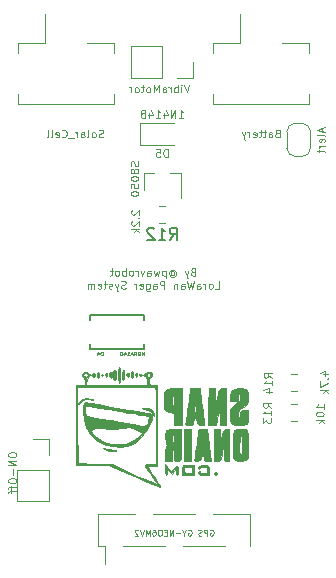
<source format=gbr>
G04 #@! TF.GenerationSoftware,KiCad,Pcbnew,(5.0.1)-4*
G04 #@! TF.CreationDate,2019-11-10T23:47:17+01:00*
G04 #@! TF.ProjectId,rak4260,72616B343236302E6B696361645F7063,0.3*
G04 #@! TF.SameCoordinates,Original*
G04 #@! TF.FileFunction,Legend,Bot*
G04 #@! TF.FilePolarity,Positive*
%FSLAX46Y46*%
G04 Gerber Fmt 4.6, Leading zero omitted, Abs format (unit mm)*
G04 Created by KiCad (PCBNEW (5.0.1)-4) date 10/11/2019 23:47:17*
%MOMM*%
%LPD*%
G01*
G04 APERTURE LIST*
%ADD10C,0.100000*%
%ADD11C,0.120000*%
%ADD12C,0.010000*%
%ADD13C,0.203200*%
%ADD14C,0.050000*%
%ADD15C,0.150000*%
%ADD16C,0.080000*%
G04 APERTURE END LIST*
D10*
X117408857Y-65778057D02*
X117314571Y-65809485D01*
X117283142Y-65840914D01*
X117251714Y-65903771D01*
X117251714Y-65998057D01*
X117283142Y-66060914D01*
X117314571Y-66092342D01*
X117377428Y-66123771D01*
X117628857Y-66123771D01*
X117628857Y-65463771D01*
X117408857Y-65463771D01*
X117346000Y-65495200D01*
X117314571Y-65526628D01*
X117283142Y-65589485D01*
X117283142Y-65652342D01*
X117314571Y-65715200D01*
X117346000Y-65746628D01*
X117408857Y-65778057D01*
X117628857Y-65778057D01*
X117031714Y-65683771D02*
X116874571Y-66123771D01*
X116717428Y-65683771D02*
X116874571Y-66123771D01*
X116937428Y-66280914D01*
X116968857Y-66312342D01*
X117031714Y-66343771D01*
X115554571Y-65809485D02*
X115586000Y-65778057D01*
X115648857Y-65746628D01*
X115711714Y-65746628D01*
X115774571Y-65778057D01*
X115806000Y-65809485D01*
X115837428Y-65872342D01*
X115837428Y-65935200D01*
X115806000Y-65998057D01*
X115774571Y-66029485D01*
X115711714Y-66060914D01*
X115648857Y-66060914D01*
X115586000Y-66029485D01*
X115554571Y-65998057D01*
X115554571Y-65746628D02*
X115554571Y-65998057D01*
X115523142Y-66029485D01*
X115491714Y-66029485D01*
X115428857Y-65998057D01*
X115397428Y-65935200D01*
X115397428Y-65778057D01*
X115460285Y-65683771D01*
X115554571Y-65620914D01*
X115680285Y-65589485D01*
X115806000Y-65620914D01*
X115900285Y-65683771D01*
X115963142Y-65778057D01*
X115994571Y-65903771D01*
X115963142Y-66029485D01*
X115900285Y-66123771D01*
X115806000Y-66186628D01*
X115680285Y-66218057D01*
X115554571Y-66186628D01*
X115460285Y-66123771D01*
X115114571Y-65683771D02*
X115114571Y-66343771D01*
X115114571Y-65715200D02*
X115051714Y-65683771D01*
X114926000Y-65683771D01*
X114863142Y-65715200D01*
X114831714Y-65746628D01*
X114800285Y-65809485D01*
X114800285Y-65998057D01*
X114831714Y-66060914D01*
X114863142Y-66092342D01*
X114926000Y-66123771D01*
X115051714Y-66123771D01*
X115114571Y-66092342D01*
X114580285Y-65683771D02*
X114454571Y-66123771D01*
X114328857Y-65809485D01*
X114203142Y-66123771D01*
X114077428Y-65683771D01*
X113543142Y-66123771D02*
X113543142Y-65778057D01*
X113574571Y-65715200D01*
X113637428Y-65683771D01*
X113763142Y-65683771D01*
X113826000Y-65715200D01*
X113543142Y-66092342D02*
X113606000Y-66123771D01*
X113763142Y-66123771D01*
X113826000Y-66092342D01*
X113857428Y-66029485D01*
X113857428Y-65966628D01*
X113826000Y-65903771D01*
X113763142Y-65872342D01*
X113606000Y-65872342D01*
X113543142Y-65840914D01*
X113291714Y-65683771D02*
X113134571Y-66123771D01*
X112977428Y-65683771D01*
X112726000Y-66123771D02*
X112726000Y-65683771D01*
X112726000Y-65809485D02*
X112694571Y-65746628D01*
X112663142Y-65715200D01*
X112600285Y-65683771D01*
X112537428Y-65683771D01*
X112223142Y-66123771D02*
X112286000Y-66092342D01*
X112317428Y-66060914D01*
X112348857Y-65998057D01*
X112348857Y-65809485D01*
X112317428Y-65746628D01*
X112286000Y-65715200D01*
X112223142Y-65683771D01*
X112128857Y-65683771D01*
X112066000Y-65715200D01*
X112034571Y-65746628D01*
X112003142Y-65809485D01*
X112003142Y-65998057D01*
X112034571Y-66060914D01*
X112066000Y-66092342D01*
X112128857Y-66123771D01*
X112223142Y-66123771D01*
X111720285Y-66123771D02*
X111720285Y-65463771D01*
X111720285Y-65715200D02*
X111657428Y-65683771D01*
X111531714Y-65683771D01*
X111468857Y-65715200D01*
X111437428Y-65746628D01*
X111406000Y-65809485D01*
X111406000Y-65998057D01*
X111437428Y-66060914D01*
X111468857Y-66092342D01*
X111531714Y-66123771D01*
X111657428Y-66123771D01*
X111720285Y-66092342D01*
X111028857Y-66123771D02*
X111091714Y-66092342D01*
X111123142Y-66060914D01*
X111154571Y-65998057D01*
X111154571Y-65809485D01*
X111123142Y-65746628D01*
X111091714Y-65715200D01*
X111028857Y-65683771D01*
X110934571Y-65683771D01*
X110871714Y-65715200D01*
X110840285Y-65746628D01*
X110808857Y-65809485D01*
X110808857Y-65998057D01*
X110840285Y-66060914D01*
X110871714Y-66092342D01*
X110934571Y-66123771D01*
X111028857Y-66123771D01*
X110620285Y-65683771D02*
X110368857Y-65683771D01*
X110526000Y-65463771D02*
X110526000Y-66029485D01*
X110494571Y-66092342D01*
X110431714Y-66123771D01*
X110368857Y-66123771D01*
X119278857Y-67213771D02*
X119593142Y-67213771D01*
X119593142Y-66553771D01*
X118964571Y-67213771D02*
X119027428Y-67182342D01*
X119058857Y-67150914D01*
X119090285Y-67088057D01*
X119090285Y-66899485D01*
X119058857Y-66836628D01*
X119027428Y-66805200D01*
X118964571Y-66773771D01*
X118870285Y-66773771D01*
X118807428Y-66805200D01*
X118776000Y-66836628D01*
X118744571Y-66899485D01*
X118744571Y-67088057D01*
X118776000Y-67150914D01*
X118807428Y-67182342D01*
X118870285Y-67213771D01*
X118964571Y-67213771D01*
X118461714Y-67213771D02*
X118461714Y-66773771D01*
X118461714Y-66899485D02*
X118430285Y-66836628D01*
X118398857Y-66805200D01*
X118336000Y-66773771D01*
X118273142Y-66773771D01*
X117770285Y-67213771D02*
X117770285Y-66868057D01*
X117801714Y-66805200D01*
X117864571Y-66773771D01*
X117990285Y-66773771D01*
X118053142Y-66805200D01*
X117770285Y-67182342D02*
X117833142Y-67213771D01*
X117990285Y-67213771D01*
X118053142Y-67182342D01*
X118084571Y-67119485D01*
X118084571Y-67056628D01*
X118053142Y-66993771D01*
X117990285Y-66962342D01*
X117833142Y-66962342D01*
X117770285Y-66930914D01*
X117518857Y-66553771D02*
X117361714Y-67213771D01*
X117236000Y-66742342D01*
X117110285Y-67213771D01*
X116953142Y-66553771D01*
X116418857Y-67213771D02*
X116418857Y-66868057D01*
X116450285Y-66805200D01*
X116513142Y-66773771D01*
X116638857Y-66773771D01*
X116701714Y-66805200D01*
X116418857Y-67182342D02*
X116481714Y-67213771D01*
X116638857Y-67213771D01*
X116701714Y-67182342D01*
X116733142Y-67119485D01*
X116733142Y-67056628D01*
X116701714Y-66993771D01*
X116638857Y-66962342D01*
X116481714Y-66962342D01*
X116418857Y-66930914D01*
X116104571Y-66773771D02*
X116104571Y-67213771D01*
X116104571Y-66836628D02*
X116073142Y-66805200D01*
X116010285Y-66773771D01*
X115916000Y-66773771D01*
X115853142Y-66805200D01*
X115821714Y-66868057D01*
X115821714Y-67213771D01*
X115004571Y-67213771D02*
X115004571Y-66553771D01*
X114753142Y-66553771D01*
X114690285Y-66585200D01*
X114658857Y-66616628D01*
X114627428Y-66679485D01*
X114627428Y-66773771D01*
X114658857Y-66836628D01*
X114690285Y-66868057D01*
X114753142Y-66899485D01*
X115004571Y-66899485D01*
X114061714Y-67213771D02*
X114061714Y-66868057D01*
X114093142Y-66805200D01*
X114156000Y-66773771D01*
X114281714Y-66773771D01*
X114344571Y-66805200D01*
X114061714Y-67182342D02*
X114124571Y-67213771D01*
X114281714Y-67213771D01*
X114344571Y-67182342D01*
X114376000Y-67119485D01*
X114376000Y-67056628D01*
X114344571Y-66993771D01*
X114281714Y-66962342D01*
X114124571Y-66962342D01*
X114061714Y-66930914D01*
X113464571Y-66773771D02*
X113464571Y-67308057D01*
X113496000Y-67370914D01*
X113527428Y-67402342D01*
X113590285Y-67433771D01*
X113684571Y-67433771D01*
X113747428Y-67402342D01*
X113464571Y-67182342D02*
X113527428Y-67213771D01*
X113653142Y-67213771D01*
X113716000Y-67182342D01*
X113747428Y-67150914D01*
X113778857Y-67088057D01*
X113778857Y-66899485D01*
X113747428Y-66836628D01*
X113716000Y-66805200D01*
X113653142Y-66773771D01*
X113527428Y-66773771D01*
X113464571Y-66805200D01*
X112898857Y-67182342D02*
X112961714Y-67213771D01*
X113087428Y-67213771D01*
X113150285Y-67182342D01*
X113181714Y-67119485D01*
X113181714Y-66868057D01*
X113150285Y-66805200D01*
X113087428Y-66773771D01*
X112961714Y-66773771D01*
X112898857Y-66805200D01*
X112867428Y-66868057D01*
X112867428Y-66930914D01*
X113181714Y-66993771D01*
X112584571Y-67213771D02*
X112584571Y-66773771D01*
X112584571Y-66899485D02*
X112553142Y-66836628D01*
X112521714Y-66805200D01*
X112458857Y-66773771D01*
X112396000Y-66773771D01*
X111704571Y-67182342D02*
X111610285Y-67213771D01*
X111453142Y-67213771D01*
X111390285Y-67182342D01*
X111358857Y-67150914D01*
X111327428Y-67088057D01*
X111327428Y-67025200D01*
X111358857Y-66962342D01*
X111390285Y-66930914D01*
X111453142Y-66899485D01*
X111578857Y-66868057D01*
X111641714Y-66836628D01*
X111673142Y-66805200D01*
X111704571Y-66742342D01*
X111704571Y-66679485D01*
X111673142Y-66616628D01*
X111641714Y-66585200D01*
X111578857Y-66553771D01*
X111421714Y-66553771D01*
X111327428Y-66585200D01*
X111107428Y-66773771D02*
X110950285Y-67213771D01*
X110793142Y-66773771D02*
X110950285Y-67213771D01*
X111013142Y-67370914D01*
X111044571Y-67402342D01*
X111107428Y-67433771D01*
X110573142Y-67182342D02*
X110510285Y-67213771D01*
X110384571Y-67213771D01*
X110321714Y-67182342D01*
X110290285Y-67119485D01*
X110290285Y-67088057D01*
X110321714Y-67025200D01*
X110384571Y-66993771D01*
X110478857Y-66993771D01*
X110541714Y-66962342D01*
X110573142Y-66899485D01*
X110573142Y-66868057D01*
X110541714Y-66805200D01*
X110478857Y-66773771D01*
X110384571Y-66773771D01*
X110321714Y-66805200D01*
X110101714Y-66773771D02*
X109850285Y-66773771D01*
X110007428Y-66553771D02*
X110007428Y-67119485D01*
X109976000Y-67182342D01*
X109913142Y-67213771D01*
X109850285Y-67213771D01*
X109378857Y-67182342D02*
X109441714Y-67213771D01*
X109567428Y-67213771D01*
X109630285Y-67182342D01*
X109661714Y-67119485D01*
X109661714Y-66868057D01*
X109630285Y-66805200D01*
X109567428Y-66773771D01*
X109441714Y-66773771D01*
X109378857Y-66805200D01*
X109347428Y-66868057D01*
X109347428Y-66930914D01*
X109661714Y-66993771D01*
X109064571Y-67213771D02*
X109064571Y-66773771D01*
X109064571Y-66836628D02*
X109033142Y-66805200D01*
X108970285Y-66773771D01*
X108876000Y-66773771D01*
X108813142Y-66805200D01*
X108781714Y-66868057D01*
X108781714Y-67213771D01*
X108781714Y-66868057D02*
X108750285Y-66805200D01*
X108687428Y-66773771D01*
X108593142Y-66773771D01*
X108530285Y-66805200D01*
X108498857Y-66868057D01*
X108498857Y-67213771D01*
D11*
G04 #@! TO.C,J2*
X119105000Y-47234000D02*
X119105000Y-46384000D01*
X119105000Y-46384000D02*
X121430000Y-46384000D01*
X121430000Y-46384000D02*
X121430000Y-43994000D01*
X127275000Y-47234000D02*
X127275000Y-46384000D01*
X127275000Y-46384000D02*
X124950000Y-46384000D01*
X119105000Y-50754000D02*
X119105000Y-51604000D01*
X119105000Y-51604000D02*
X127275000Y-51604000D01*
X127275000Y-51604000D02*
X127275000Y-50754000D01*
G04 #@! TO.C,JP1*
X127365000Y-53910000D02*
G75*
G03X126665000Y-53210000I-700000J0D01*
G01*
X126065000Y-53210000D02*
G75*
G03X125365000Y-53910000I0J-700000D01*
G01*
X125365000Y-55310000D02*
G75*
G03X126065000Y-56010000I700000J0D01*
G01*
X126665000Y-56010000D02*
G75*
G03X127365000Y-55310000I0J700000D01*
G01*
X126065000Y-56010000D02*
X126665000Y-56010000D01*
X125365000Y-53910000D02*
X125365000Y-55310000D01*
X126665000Y-53210000D02*
X126065000Y-53210000D01*
X127365000Y-55310000D02*
X127365000Y-53910000D01*
D12*
G04 #@! TO.C,G\002A\002A\002A*
G36*
X108065157Y-76536410D02*
X107837041Y-76727781D01*
X107716589Y-76916386D01*
X107710145Y-76988375D01*
X107803745Y-76938018D01*
X107964854Y-76780202D01*
X108112633Y-76635409D01*
X108253462Y-76568802D01*
X108453423Y-76560513D01*
X108642188Y-76576562D01*
X108886591Y-76599004D01*
X108976241Y-76598288D01*
X108924572Y-76570928D01*
X108809012Y-76533276D01*
X108397252Y-76464435D01*
X108065157Y-76536410D01*
X108065157Y-76536410D01*
G37*
X108065157Y-76536410D02*
X107837041Y-76727781D01*
X107716589Y-76916386D01*
X107710145Y-76988375D01*
X107803745Y-76938018D01*
X107964854Y-76780202D01*
X108112633Y-76635409D01*
X108253462Y-76568802D01*
X108453423Y-76560513D01*
X108642188Y-76576562D01*
X108886591Y-76599004D01*
X108976241Y-76598288D01*
X108924572Y-76570928D01*
X108809012Y-76533276D01*
X108397252Y-76464435D01*
X108065157Y-76536410D01*
G36*
X113122455Y-77306185D02*
X113114666Y-77319596D01*
X113186577Y-77371419D01*
X113305166Y-77386581D01*
X113625835Y-77459298D01*
X113900283Y-77645420D01*
X114021916Y-77810335D01*
X114098045Y-77950958D01*
X114125349Y-77945054D01*
X114129418Y-77833131D01*
X114052985Y-77599812D01*
X113845371Y-77411933D01*
X113544025Y-77299512D01*
X113446182Y-77285473D01*
X113237453Y-77280330D01*
X113122455Y-77306185D01*
X113122455Y-77306185D01*
G37*
X113122455Y-77306185D02*
X113114666Y-77319596D01*
X113186577Y-77371419D01*
X113305166Y-77386581D01*
X113625835Y-77459298D01*
X113900283Y-77645420D01*
X114021916Y-77810335D01*
X114098045Y-77950958D01*
X114125349Y-77945054D01*
X114129418Y-77833131D01*
X114052985Y-77599812D01*
X113845371Y-77411933D01*
X113544025Y-77299512D01*
X113446182Y-77285473D01*
X113237453Y-77280330D01*
X113122455Y-77306185D01*
G36*
X108260622Y-76841506D02*
X108169474Y-76986976D01*
X108108946Y-77236966D01*
X108091442Y-77557778D01*
X108174977Y-78262436D01*
X108383183Y-78918201D01*
X108701939Y-79490101D01*
X109019903Y-79857046D01*
X109470973Y-80177506D01*
X110025278Y-80411056D01*
X110635910Y-80549084D01*
X111255957Y-80582975D01*
X111838511Y-80504116D01*
X112095745Y-80421831D01*
X112571513Y-80155477D01*
X113024066Y-79761245D01*
X113306187Y-79418989D01*
X113114666Y-79418989D01*
X113051386Y-79520146D01*
X112889758Y-79679806D01*
X112672102Y-79862204D01*
X112440740Y-80031573D01*
X112260388Y-80140936D01*
X111732809Y-80325014D01*
X111127252Y-80384506D01*
X110480703Y-80319154D01*
X109905220Y-80157432D01*
X109636062Y-80028317D01*
X109358610Y-79847850D01*
X109103181Y-79643140D01*
X108900090Y-79441296D01*
X108779657Y-79269429D01*
X108772197Y-79154649D01*
X108777293Y-79148840D01*
X108930044Y-79081700D01*
X109201275Y-79035857D01*
X109541160Y-79013972D01*
X109899874Y-79018701D01*
X110227594Y-79052703D01*
X110304738Y-79067341D01*
X110632550Y-79115973D01*
X110934233Y-79099184D01*
X111228186Y-79035067D01*
X111573227Y-78969578D01*
X111889537Y-78950754D01*
X112011736Y-78961673D01*
X112258308Y-79022812D01*
X112538215Y-79117353D01*
X112804816Y-79225958D01*
X113011473Y-79329289D01*
X113111546Y-79408008D01*
X113114666Y-79418989D01*
X113306187Y-79418989D01*
X113420500Y-79280311D01*
X113727911Y-78753853D01*
X113913395Y-78223049D01*
X113925659Y-78158789D01*
X113702328Y-78158789D01*
X113649601Y-78413946D01*
X113605658Y-78543489D01*
X113533107Y-78702031D01*
X113433021Y-78791865D01*
X113269796Y-78820462D01*
X113007826Y-78795294D01*
X112681723Y-78737362D01*
X112357338Y-78678867D01*
X112048174Y-78628837D01*
X111926853Y-78611714D01*
X111666477Y-78571827D01*
X111337758Y-78513158D01*
X111164853Y-78479368D01*
X110840529Y-78418308D01*
X110532281Y-78367876D01*
X110405333Y-78350685D01*
X110133553Y-78309718D01*
X109897333Y-78260114D01*
X109720864Y-78220823D01*
X109638254Y-78212749D01*
X109537599Y-78203765D01*
X109314930Y-78172216D01*
X109015066Y-78124537D01*
X108960921Y-78115506D01*
X108331000Y-78009736D01*
X108305409Y-77570535D01*
X108279817Y-77131333D01*
X108566464Y-77131333D01*
X108777059Y-77146457D01*
X108904307Y-77183270D01*
X108909077Y-77187300D01*
X109027619Y-77234153D01*
X109198355Y-77259552D01*
X109400537Y-77282213D01*
X109702468Y-77325652D01*
X110024333Y-77378037D01*
X110360179Y-77435269D01*
X110661167Y-77485390D01*
X110854214Y-77516308D01*
X111066546Y-77550431D01*
X111369912Y-77601308D01*
X111616214Y-77643647D01*
X111952261Y-77700458D01*
X112268504Y-77751247D01*
X112437333Y-77776521D01*
X112675630Y-77818553D01*
X112852697Y-77864239D01*
X112860666Y-77867193D01*
X112957203Y-77898362D01*
X113085581Y-77921379D01*
X113296796Y-77943639D01*
X113516833Y-77962370D01*
X113659207Y-78015687D01*
X113702328Y-78158789D01*
X113925659Y-78158789D01*
X113932427Y-78123328D01*
X113951771Y-78036568D01*
X113968028Y-77966553D01*
X113965564Y-77908874D01*
X113928748Y-77859122D01*
X113841945Y-77812887D01*
X113689523Y-77765760D01*
X113455848Y-77713333D01*
X113125287Y-77651194D01*
X112682208Y-77574935D01*
X112110976Y-77480148D01*
X111395960Y-77362421D01*
X111006200Y-77297980D01*
X110365923Y-77190970D01*
X109779740Y-77091314D01*
X109268459Y-77002684D01*
X108852889Y-76928751D01*
X108553840Y-76873185D01*
X108392120Y-76839657D01*
X108369960Y-76832915D01*
X108260622Y-76841506D01*
X108260622Y-76841506D01*
G37*
X108260622Y-76841506D02*
X108169474Y-76986976D01*
X108108946Y-77236966D01*
X108091442Y-77557778D01*
X108174977Y-78262436D01*
X108383183Y-78918201D01*
X108701939Y-79490101D01*
X109019903Y-79857046D01*
X109470973Y-80177506D01*
X110025278Y-80411056D01*
X110635910Y-80549084D01*
X111255957Y-80582975D01*
X111838511Y-80504116D01*
X112095745Y-80421831D01*
X112571513Y-80155477D01*
X113024066Y-79761245D01*
X113306187Y-79418989D01*
X113114666Y-79418989D01*
X113051386Y-79520146D01*
X112889758Y-79679806D01*
X112672102Y-79862204D01*
X112440740Y-80031573D01*
X112260388Y-80140936D01*
X111732809Y-80325014D01*
X111127252Y-80384506D01*
X110480703Y-80319154D01*
X109905220Y-80157432D01*
X109636062Y-80028317D01*
X109358610Y-79847850D01*
X109103181Y-79643140D01*
X108900090Y-79441296D01*
X108779657Y-79269429D01*
X108772197Y-79154649D01*
X108777293Y-79148840D01*
X108930044Y-79081700D01*
X109201275Y-79035857D01*
X109541160Y-79013972D01*
X109899874Y-79018701D01*
X110227594Y-79052703D01*
X110304738Y-79067341D01*
X110632550Y-79115973D01*
X110934233Y-79099184D01*
X111228186Y-79035067D01*
X111573227Y-78969578D01*
X111889537Y-78950754D01*
X112011736Y-78961673D01*
X112258308Y-79022812D01*
X112538215Y-79117353D01*
X112804816Y-79225958D01*
X113011473Y-79329289D01*
X113111546Y-79408008D01*
X113114666Y-79418989D01*
X113306187Y-79418989D01*
X113420500Y-79280311D01*
X113727911Y-78753853D01*
X113913395Y-78223049D01*
X113925659Y-78158789D01*
X113702328Y-78158789D01*
X113649601Y-78413946D01*
X113605658Y-78543489D01*
X113533107Y-78702031D01*
X113433021Y-78791865D01*
X113269796Y-78820462D01*
X113007826Y-78795294D01*
X112681723Y-78737362D01*
X112357338Y-78678867D01*
X112048174Y-78628837D01*
X111926853Y-78611714D01*
X111666477Y-78571827D01*
X111337758Y-78513158D01*
X111164853Y-78479368D01*
X110840529Y-78418308D01*
X110532281Y-78367876D01*
X110405333Y-78350685D01*
X110133553Y-78309718D01*
X109897333Y-78260114D01*
X109720864Y-78220823D01*
X109638254Y-78212749D01*
X109537599Y-78203765D01*
X109314930Y-78172216D01*
X109015066Y-78124537D01*
X108960921Y-78115506D01*
X108331000Y-78009736D01*
X108305409Y-77570535D01*
X108279817Y-77131333D01*
X108566464Y-77131333D01*
X108777059Y-77146457D01*
X108904307Y-77183270D01*
X108909077Y-77187300D01*
X109027619Y-77234153D01*
X109198355Y-77259552D01*
X109400537Y-77282213D01*
X109702468Y-77325652D01*
X110024333Y-77378037D01*
X110360179Y-77435269D01*
X110661167Y-77485390D01*
X110854214Y-77516308D01*
X111066546Y-77550431D01*
X111369912Y-77601308D01*
X111616214Y-77643647D01*
X111952261Y-77700458D01*
X112268504Y-77751247D01*
X112437333Y-77776521D01*
X112675630Y-77818553D01*
X112852697Y-77864239D01*
X112860666Y-77867193D01*
X112957203Y-77898362D01*
X113085581Y-77921379D01*
X113296796Y-77943639D01*
X113516833Y-77962370D01*
X113659207Y-78015687D01*
X113702328Y-78158789D01*
X113925659Y-78158789D01*
X113932427Y-78123328D01*
X113951771Y-78036568D01*
X113968028Y-77966553D01*
X113965564Y-77908874D01*
X113928748Y-77859122D01*
X113841945Y-77812887D01*
X113689523Y-77765760D01*
X113455848Y-77713333D01*
X113125287Y-77651194D01*
X112682208Y-77574935D01*
X112110976Y-77480148D01*
X111395960Y-77362421D01*
X111006200Y-77297980D01*
X110365923Y-77190970D01*
X109779740Y-77091314D01*
X109268459Y-77002684D01*
X108852889Y-76928751D01*
X108553840Y-76873185D01*
X108392120Y-76839657D01*
X108369960Y-76832915D01*
X108260622Y-76841506D01*
G36*
X109982000Y-80797539D02*
X110301070Y-80926432D01*
X110629279Y-80976933D01*
X110870615Y-80944731D01*
X110929550Y-80902766D01*
X110844265Y-80866962D01*
X110616615Y-80833378D01*
X110320901Y-80793417D01*
X110062597Y-80748883D01*
X109982000Y-80731075D01*
X109770333Y-80677599D01*
X109982000Y-80797539D01*
X109982000Y-80797539D01*
G37*
X109982000Y-80797539D02*
X110301070Y-80926432D01*
X110629279Y-80976933D01*
X110870615Y-80944731D01*
X110929550Y-80902766D01*
X110844265Y-80866962D01*
X110616615Y-80833378D01*
X110320901Y-80793417D01*
X110062597Y-80748883D01*
X109982000Y-80731075D01*
X109770333Y-80677599D01*
X109982000Y-80797539D01*
G36*
X109645793Y-74486429D02*
X109643333Y-74506667D01*
X109707762Y-74588873D01*
X109728000Y-74591333D01*
X109810206Y-74526904D01*
X109812666Y-74506667D01*
X109748237Y-74424460D01*
X109728000Y-74422000D01*
X109645793Y-74486429D01*
X109645793Y-74486429D01*
G37*
X109645793Y-74486429D02*
X109643333Y-74506667D01*
X109707762Y-74588873D01*
X109728000Y-74591333D01*
X109810206Y-74526904D01*
X109812666Y-74506667D01*
X109748237Y-74424460D01*
X109728000Y-74422000D01*
X109645793Y-74486429D01*
G36*
X112874995Y-74467717D02*
X112860666Y-74506667D01*
X112929243Y-74581781D01*
X112987666Y-74591333D01*
X113100338Y-74545616D01*
X113114666Y-74506667D01*
X113046090Y-74431552D01*
X112987666Y-74422000D01*
X112874995Y-74467717D01*
X112874995Y-74467717D01*
G37*
X112874995Y-74467717D02*
X112860666Y-74506667D01*
X112929243Y-74581781D01*
X112987666Y-74591333D01*
X113100338Y-74545616D01*
X113114666Y-74506667D01*
X113046090Y-74431552D01*
X112987666Y-74422000D01*
X112874995Y-74467717D01*
G36*
X108896257Y-74408291D02*
X108881333Y-74506667D01*
X108926010Y-74650737D01*
X109025419Y-74662070D01*
X109093000Y-74591333D01*
X109103410Y-74451229D01*
X109010718Y-74347533D01*
X108961003Y-74337333D01*
X108896257Y-74408291D01*
X108896257Y-74408291D01*
G37*
X108896257Y-74408291D02*
X108881333Y-74506667D01*
X108926010Y-74650737D01*
X109025419Y-74662070D01*
X109093000Y-74591333D01*
X109103410Y-74451229D01*
X109010718Y-74347533D01*
X108961003Y-74337333D01*
X108896257Y-74408291D01*
G36*
X109997876Y-74408246D02*
X109982000Y-74506667D01*
X110017456Y-74644247D01*
X110066666Y-74676000D01*
X110135457Y-74605087D01*
X110151333Y-74506667D01*
X110115877Y-74369086D01*
X110066666Y-74337333D01*
X109997876Y-74408246D01*
X109997876Y-74408246D01*
G37*
X109997876Y-74408246D02*
X109982000Y-74506667D01*
X110017456Y-74644247D01*
X110066666Y-74676000D01*
X110135457Y-74605087D01*
X110151333Y-74506667D01*
X110115877Y-74369086D01*
X110066666Y-74337333D01*
X109997876Y-74408246D01*
G36*
X111783572Y-74407919D02*
X111760000Y-74506667D01*
X111812939Y-74644571D01*
X111887000Y-74676000D01*
X111990428Y-74605414D01*
X112014000Y-74506667D01*
X111961060Y-74368762D01*
X111887000Y-74337333D01*
X111783572Y-74407919D01*
X111783572Y-74407919D01*
G37*
X111783572Y-74407919D02*
X111760000Y-74506667D01*
X111812939Y-74644571D01*
X111887000Y-74676000D01*
X111990428Y-74605414D01*
X112014000Y-74506667D01*
X111961060Y-74368762D01*
X111887000Y-74337333D01*
X111783572Y-74407919D01*
G36*
X112537876Y-74408246D02*
X112522000Y-74506667D01*
X112557456Y-74644247D01*
X112606666Y-74676000D01*
X112675457Y-74605087D01*
X112691333Y-74506667D01*
X112655877Y-74369086D01*
X112606666Y-74337333D01*
X112537876Y-74408246D01*
X112537876Y-74408246D01*
G37*
X112537876Y-74408246D02*
X112522000Y-74506667D01*
X112557456Y-74644247D01*
X112606666Y-74676000D01*
X112675457Y-74605087D01*
X112691333Y-74506667D01*
X112655877Y-74369086D01*
X112606666Y-74337333D01*
X112537876Y-74408246D01*
G36*
X109285523Y-74375884D02*
X109262333Y-74506667D01*
X109302245Y-74674239D01*
X109368166Y-74739500D01*
X109448455Y-74695442D01*
X109474000Y-74506667D01*
X109446044Y-74312588D01*
X109368166Y-74273833D01*
X109285523Y-74375884D01*
X109285523Y-74375884D01*
G37*
X109285523Y-74375884D02*
X109262333Y-74506667D01*
X109302245Y-74674239D01*
X109368166Y-74739500D01*
X109448455Y-74695442D01*
X109474000Y-74506667D01*
X109446044Y-74312588D01*
X109368166Y-74273833D01*
X109285523Y-74375884D01*
G36*
X110346840Y-74328395D02*
X110320666Y-74506667D01*
X110358531Y-74708319D01*
X110447666Y-74760667D01*
X110548493Y-74684938D01*
X110574666Y-74506667D01*
X110536802Y-74305014D01*
X110447666Y-74252667D01*
X110346840Y-74328395D01*
X110346840Y-74328395D01*
G37*
X110346840Y-74328395D02*
X110320666Y-74506667D01*
X110358531Y-74708319D01*
X110447666Y-74760667D01*
X110548493Y-74684938D01*
X110574666Y-74506667D01*
X110536802Y-74305014D01*
X110447666Y-74252667D01*
X110346840Y-74328395D01*
G36*
X112254835Y-74186499D02*
X112182630Y-74280166D01*
X112150964Y-74452354D01*
X112160831Y-74631990D01*
X112213219Y-74748001D01*
X112246833Y-74760673D01*
X112322535Y-74683242D01*
X112352568Y-74472971D01*
X112352666Y-74457278D01*
X112329002Y-74248145D01*
X112262442Y-74184544D01*
X112254835Y-74186499D01*
X112254835Y-74186499D01*
G37*
X112254835Y-74186499D02*
X112182630Y-74280166D01*
X112150964Y-74452354D01*
X112160831Y-74631990D01*
X112213219Y-74748001D01*
X112246833Y-74760673D01*
X112322535Y-74683242D01*
X112352568Y-74472971D01*
X112352666Y-74457278D01*
X112329002Y-74248145D01*
X112262442Y-74184544D01*
X112254835Y-74186499D01*
G36*
X110706468Y-74128653D02*
X110667460Y-74285560D01*
X110659333Y-74506667D01*
X110672929Y-74772885D01*
X110720001Y-74902911D01*
X110786333Y-74930000D01*
X110866199Y-74884680D01*
X110905206Y-74727773D01*
X110913333Y-74506667D01*
X110899737Y-74240448D01*
X110852665Y-74110422D01*
X110786333Y-74083333D01*
X110706468Y-74128653D01*
X110706468Y-74128653D01*
G37*
X110706468Y-74128653D02*
X110667460Y-74285560D01*
X110659333Y-74506667D01*
X110672929Y-74772885D01*
X110720001Y-74902911D01*
X110786333Y-74930000D01*
X110866199Y-74884680D01*
X110905206Y-74727773D01*
X110913333Y-74506667D01*
X110899737Y-74240448D01*
X110852665Y-74110422D01*
X110786333Y-74083333D01*
X110706468Y-74128653D01*
G36*
X111457702Y-74159480D02*
X111427047Y-74354175D01*
X111421333Y-74506667D01*
X111436563Y-74748154D01*
X111475502Y-74901431D01*
X111506000Y-74930000D01*
X111554297Y-74853853D01*
X111584953Y-74659158D01*
X111590666Y-74506667D01*
X111575437Y-74265179D01*
X111536498Y-74111902D01*
X111506000Y-74083333D01*
X111457702Y-74159480D01*
X111457702Y-74159480D01*
G37*
X111457702Y-74159480D02*
X111427047Y-74354175D01*
X111421333Y-74506667D01*
X111436563Y-74748154D01*
X111475502Y-74901431D01*
X111506000Y-74930000D01*
X111554297Y-74853853D01*
X111584953Y-74659158D01*
X111590666Y-74506667D01*
X111575437Y-74265179D01*
X111536498Y-74111902D01*
X111506000Y-74083333D01*
X111457702Y-74159480D01*
G36*
X111125404Y-73908549D02*
X111095940Y-74124819D01*
X111082949Y-74446074D01*
X111082666Y-74506667D01*
X111092569Y-74842099D01*
X111119602Y-75077813D01*
X111159759Y-75181742D01*
X111167333Y-75184000D01*
X111209262Y-75104784D01*
X111238727Y-74888514D01*
X111251718Y-74567259D01*
X111252000Y-74506667D01*
X111242098Y-74171234D01*
X111215064Y-73935520D01*
X111174907Y-73831591D01*
X111167333Y-73829333D01*
X111125404Y-73908549D01*
X111125404Y-73908549D01*
G37*
X111125404Y-73908549D02*
X111095940Y-74124819D01*
X111082949Y-74446074D01*
X111082666Y-74506667D01*
X111092569Y-74842099D01*
X111119602Y-75077813D01*
X111159759Y-75181742D01*
X111167333Y-75184000D01*
X111209262Y-75104784D01*
X111238727Y-74888514D01*
X111251718Y-74567259D01*
X111252000Y-74506667D01*
X111242098Y-74171234D01*
X111215064Y-73935520D01*
X111174907Y-73831591D01*
X111167333Y-73829333D01*
X111125404Y-73908549D01*
G36*
X115869400Y-75625620D02*
X115543598Y-75659338D01*
X115274345Y-75710374D01*
X115115280Y-75768274D01*
X115107400Y-75774121D01*
X115039715Y-75876318D01*
X114998840Y-76066468D01*
X114980019Y-76375749D01*
X114977333Y-76626775D01*
X114982774Y-76978308D01*
X114997288Y-77273796D01*
X115018162Y-77465621D01*
X115027166Y-77501345D01*
X115140694Y-77597484D01*
X115369457Y-77672617D01*
X115450499Y-77687217D01*
X115824000Y-77743227D01*
X115824000Y-78740000D01*
X116501333Y-78740000D01*
X116501333Y-76665667D01*
X115824000Y-76665667D01*
X115812037Y-76953249D01*
X115780348Y-77150143D01*
X115739333Y-77216000D01*
X115695090Y-77138242D01*
X115664798Y-76932260D01*
X115654666Y-76665667D01*
X115666629Y-76378084D01*
X115698319Y-76181190D01*
X115739333Y-76115333D01*
X115783577Y-76193091D01*
X115813868Y-76399073D01*
X115824000Y-76665667D01*
X116501333Y-76665667D01*
X116501333Y-75585065D01*
X115869400Y-75625620D01*
X115869400Y-75625620D01*
G37*
X115869400Y-75625620D02*
X115543598Y-75659338D01*
X115274345Y-75710374D01*
X115115280Y-75768274D01*
X115107400Y-75774121D01*
X115039715Y-75876318D01*
X114998840Y-76066468D01*
X114980019Y-76375749D01*
X114977333Y-76626775D01*
X114982774Y-76978308D01*
X114997288Y-77273796D01*
X115018162Y-77465621D01*
X115027166Y-77501345D01*
X115140694Y-77597484D01*
X115369457Y-77672617D01*
X115450499Y-77687217D01*
X115824000Y-77743227D01*
X115824000Y-78740000D01*
X116501333Y-78740000D01*
X116501333Y-76665667D01*
X115824000Y-76665667D01*
X115812037Y-76953249D01*
X115780348Y-77150143D01*
X115739333Y-77216000D01*
X115695090Y-77138242D01*
X115664798Y-76932260D01*
X115654666Y-76665667D01*
X115666629Y-76378084D01*
X115698319Y-76181190D01*
X115739333Y-76115333D01*
X115783577Y-76193091D01*
X115813868Y-76399073D01*
X115824000Y-76665667D01*
X116501333Y-76665667D01*
X116501333Y-75585065D01*
X115869400Y-75625620D01*
G36*
X117201616Y-75619213D02*
X117178666Y-75627533D01*
X117167779Y-75724821D01*
X117138222Y-75955517D01*
X117094655Y-76285310D01*
X117041736Y-76679890D01*
X116984124Y-77104946D01*
X116926477Y-77526168D01*
X116873455Y-77909244D01*
X116829715Y-78219864D01*
X116799917Y-78423717D01*
X116793421Y-78464833D01*
X116773131Y-78640216D01*
X116819046Y-78718702D01*
X116973194Y-78739262D01*
X117090163Y-78740000D01*
X117308602Y-78731317D01*
X117406296Y-78677263D01*
X117431801Y-78535826D01*
X117432666Y-78443667D01*
X117463951Y-78217544D01*
X117550608Y-78147333D01*
X117682547Y-78223794D01*
X117759495Y-78427896D01*
X117771333Y-78577591D01*
X117806534Y-78689277D01*
X117941052Y-78734762D01*
X118073759Y-78740000D01*
X118376184Y-78740000D01*
X118315700Y-78253167D01*
X118280477Y-77972731D01*
X118230487Y-77578704D01*
X118225173Y-77537061D01*
X117673871Y-77537061D01*
X117630791Y-77626723D01*
X117580833Y-77639449D01*
X117520188Y-77584326D01*
X117499837Y-77403841D01*
X117510503Y-77152615D01*
X117546005Y-76665667D01*
X117611457Y-77004333D01*
X117666994Y-77338552D01*
X117673871Y-77537061D01*
X118225173Y-77537061D01*
X118172646Y-77125436D01*
X118119107Y-76708000D01*
X117983000Y-75649667D01*
X117580833Y-75623861D01*
X117346591Y-75614384D01*
X117201616Y-75619213D01*
X117201616Y-75619213D01*
G37*
X117201616Y-75619213D02*
X117178666Y-75627533D01*
X117167779Y-75724821D01*
X117138222Y-75955517D01*
X117094655Y-76285310D01*
X117041736Y-76679890D01*
X116984124Y-77104946D01*
X116926477Y-77526168D01*
X116873455Y-77909244D01*
X116829715Y-78219864D01*
X116799917Y-78423717D01*
X116793421Y-78464833D01*
X116773131Y-78640216D01*
X116819046Y-78718702D01*
X116973194Y-78739262D01*
X117090163Y-78740000D01*
X117308602Y-78731317D01*
X117406296Y-78677263D01*
X117431801Y-78535826D01*
X117432666Y-78443667D01*
X117463951Y-78217544D01*
X117550608Y-78147333D01*
X117682547Y-78223794D01*
X117759495Y-78427896D01*
X117771333Y-78577591D01*
X117806534Y-78689277D01*
X117941052Y-78734762D01*
X118073759Y-78740000D01*
X118376184Y-78740000D01*
X118315700Y-78253167D01*
X118280477Y-77972731D01*
X118230487Y-77578704D01*
X118225173Y-77537061D01*
X117673871Y-77537061D01*
X117630791Y-77626723D01*
X117580833Y-77639449D01*
X117520188Y-77584326D01*
X117499837Y-77403841D01*
X117510503Y-77152615D01*
X117546005Y-76665667D01*
X117611457Y-77004333D01*
X117666994Y-77338552D01*
X117673871Y-77537061D01*
X118225173Y-77537061D01*
X118172646Y-77125436D01*
X118119107Y-76708000D01*
X117983000Y-75649667D01*
X117580833Y-75623861D01*
X117346591Y-75614384D01*
X117201616Y-75619213D01*
G36*
X119020166Y-75623135D02*
X118745000Y-75649667D01*
X118721923Y-77194833D01*
X118698847Y-78740000D01*
X119356862Y-78740000D01*
X119465426Y-78210833D01*
X119551629Y-77828665D01*
X119619231Y-77614519D01*
X119668694Y-77568161D01*
X119700480Y-77689358D01*
X119715051Y-77977874D01*
X119716092Y-78083833D01*
X119718666Y-78740000D01*
X120226666Y-78740000D01*
X120226666Y-75607333D01*
X119936336Y-75607333D01*
X119772516Y-75615316D01*
X119675745Y-75665717D01*
X119614416Y-75798219D01*
X119556923Y-76052501D01*
X119548564Y-76094167D01*
X119459939Y-76521331D01*
X119395596Y-76785505D01*
X119351608Y-76890664D01*
X119324048Y-76840786D01*
X119308986Y-76639845D01*
X119302969Y-76342802D01*
X119295333Y-75596604D01*
X119020166Y-75623135D01*
X119020166Y-75623135D01*
G37*
X119020166Y-75623135D02*
X118745000Y-75649667D01*
X118721923Y-77194833D01*
X118698847Y-78740000D01*
X119356862Y-78740000D01*
X119465426Y-78210833D01*
X119551629Y-77828665D01*
X119619231Y-77614519D01*
X119668694Y-77568161D01*
X119700480Y-77689358D01*
X119715051Y-77977874D01*
X119716092Y-78083833D01*
X119718666Y-78740000D01*
X120226666Y-78740000D01*
X120226666Y-75607333D01*
X119936336Y-75607333D01*
X119772516Y-75615316D01*
X119675745Y-75665717D01*
X119614416Y-75798219D01*
X119556923Y-76052501D01*
X119548564Y-76094167D01*
X119459939Y-76521331D01*
X119395596Y-76785505D01*
X119351608Y-76890664D01*
X119324048Y-76840786D01*
X119308986Y-76639845D01*
X119302969Y-76342802D01*
X119295333Y-75596604D01*
X119020166Y-75623135D01*
G36*
X120946124Y-75677983D02*
X120720039Y-75779777D01*
X120602201Y-75980316D01*
X120565571Y-76304866D01*
X120565333Y-76343182D01*
X120565333Y-76708000D01*
X120904000Y-76708000D01*
X121120836Y-76699029D01*
X121217199Y-76643637D01*
X121241909Y-76499107D01*
X121242666Y-76411667D01*
X121263932Y-76215799D01*
X121316222Y-76117893D01*
X121327333Y-76115333D01*
X121383375Y-76189743D01*
X121411298Y-76372629D01*
X121412000Y-76410604D01*
X121389183Y-76612181D01*
X121293812Y-76758942D01*
X121085505Y-76911970D01*
X121076974Y-76917368D01*
X120810429Y-77113719D01*
X120654290Y-77320950D01*
X120581624Y-77592667D01*
X120565333Y-77935667D01*
X120578702Y-78309541D01*
X120638377Y-78545914D01*
X120773708Y-78675768D01*
X121014045Y-78730083D01*
X121327333Y-78740000D01*
X121649508Y-78732617D01*
X121844394Y-78703723D01*
X121953651Y-78643201D01*
X122001688Y-78576233D01*
X122050869Y-78401716D01*
X122082669Y-78130276D01*
X122089333Y-77936122D01*
X122089333Y-77459778D01*
X121771833Y-77486056D01*
X121571849Y-77513092D01*
X121475788Y-77583939D01*
X121438353Y-77749506D01*
X121428298Y-77872167D01*
X121387916Y-78128598D01*
X121329752Y-78222398D01*
X121274811Y-78155768D01*
X121244099Y-77930908D01*
X121242666Y-77852721D01*
X121254951Y-77610070D01*
X121320101Y-77466845D01*
X121480559Y-77353458D01*
X121578502Y-77302111D01*
X121843822Y-77136426D01*
X122000305Y-76942311D01*
X122073506Y-76671784D01*
X122089333Y-76342933D01*
X122066361Y-76014356D01*
X121977885Y-75807194D01*
X121794560Y-75695429D01*
X121487046Y-75653042D01*
X121307495Y-75649667D01*
X120946124Y-75677983D01*
X120946124Y-75677983D01*
G37*
X120946124Y-75677983D02*
X120720039Y-75779777D01*
X120602201Y-75980316D01*
X120565571Y-76304866D01*
X120565333Y-76343182D01*
X120565333Y-76708000D01*
X120904000Y-76708000D01*
X121120836Y-76699029D01*
X121217199Y-76643637D01*
X121241909Y-76499107D01*
X121242666Y-76411667D01*
X121263932Y-76215799D01*
X121316222Y-76117893D01*
X121327333Y-76115333D01*
X121383375Y-76189743D01*
X121411298Y-76372629D01*
X121412000Y-76410604D01*
X121389183Y-76612181D01*
X121293812Y-76758942D01*
X121085505Y-76911970D01*
X121076974Y-76917368D01*
X120810429Y-77113719D01*
X120654290Y-77320950D01*
X120581624Y-77592667D01*
X120565333Y-77935667D01*
X120578702Y-78309541D01*
X120638377Y-78545914D01*
X120773708Y-78675768D01*
X121014045Y-78730083D01*
X121327333Y-78740000D01*
X121649508Y-78732617D01*
X121844394Y-78703723D01*
X121953651Y-78643201D01*
X122001688Y-78576233D01*
X122050869Y-78401716D01*
X122082669Y-78130276D01*
X122089333Y-77936122D01*
X122089333Y-77459778D01*
X121771833Y-77486056D01*
X121571849Y-77513092D01*
X121475788Y-77583939D01*
X121438353Y-77749506D01*
X121428298Y-77872167D01*
X121387916Y-78128598D01*
X121329752Y-78222398D01*
X121274811Y-78155768D01*
X121244099Y-77930908D01*
X121242666Y-77852721D01*
X121254951Y-77610070D01*
X121320101Y-77466845D01*
X121480559Y-77353458D01*
X121578502Y-77302111D01*
X121843822Y-77136426D01*
X122000305Y-76942311D01*
X122073506Y-76671784D01*
X122089333Y-76342933D01*
X122066361Y-76014356D01*
X121977885Y-75807194D01*
X121794560Y-75695429D01*
X121487046Y-75653042D01*
X121307495Y-75649667D01*
X120946124Y-75677983D01*
G36*
X115512075Y-79093518D02*
X115268126Y-79133467D01*
X115163600Y-79180267D01*
X115102254Y-79328912D01*
X115070026Y-79580378D01*
X115066915Y-79870676D01*
X115092921Y-80135817D01*
X115148045Y-80311809D01*
X115163600Y-80331733D01*
X115221605Y-80446947D01*
X115163600Y-80534933D01*
X115108187Y-80674507D01*
X115072187Y-80936884D01*
X115062000Y-81212266D01*
X115062000Y-81788000D01*
X115654666Y-81788000D01*
X115654666Y-81237667D01*
X115666629Y-80950084D01*
X115698319Y-80753190D01*
X115739333Y-80687333D01*
X115783577Y-80765091D01*
X115813868Y-80971073D01*
X115824000Y-81237667D01*
X115826954Y-81533272D01*
X115846960Y-81697890D01*
X115900732Y-81769865D01*
X116004985Y-81787543D01*
X116063889Y-81788000D01*
X116257797Y-81769867D01*
X116360222Y-81731555D01*
X116379752Y-81631431D01*
X116396354Y-81392629D01*
X116408750Y-81045796D01*
X116415662Y-80621579D01*
X116416666Y-80376889D01*
X116416666Y-79959612D01*
X115822245Y-79959612D01*
X115799794Y-80137954D01*
X115767555Y-80207555D01*
X115701787Y-80254738D01*
X115667917Y-80206574D01*
X115655772Y-80033822D01*
X115654666Y-79883000D01*
X115671483Y-79655780D01*
X115714030Y-79519482D01*
X115739333Y-79502000D01*
X115789351Y-79575043D01*
X115817876Y-79749777D01*
X115822245Y-79959612D01*
X116416666Y-79959612D01*
X116416666Y-79078667D01*
X115840933Y-79078667D01*
X115512075Y-79093518D01*
X115512075Y-79093518D01*
G37*
X115512075Y-79093518D02*
X115268126Y-79133467D01*
X115163600Y-79180267D01*
X115102254Y-79328912D01*
X115070026Y-79580378D01*
X115066915Y-79870676D01*
X115092921Y-80135817D01*
X115148045Y-80311809D01*
X115163600Y-80331733D01*
X115221605Y-80446947D01*
X115163600Y-80534933D01*
X115108187Y-80674507D01*
X115072187Y-80936884D01*
X115062000Y-81212266D01*
X115062000Y-81788000D01*
X115654666Y-81788000D01*
X115654666Y-81237667D01*
X115666629Y-80950084D01*
X115698319Y-80753190D01*
X115739333Y-80687333D01*
X115783577Y-80765091D01*
X115813868Y-80971073D01*
X115824000Y-81237667D01*
X115826954Y-81533272D01*
X115846960Y-81697890D01*
X115900732Y-81769865D01*
X116004985Y-81787543D01*
X116063889Y-81788000D01*
X116257797Y-81769867D01*
X116360222Y-81731555D01*
X116379752Y-81631431D01*
X116396354Y-81392629D01*
X116408750Y-81045796D01*
X116415662Y-80621579D01*
X116416666Y-80376889D01*
X116416666Y-79959612D01*
X115822245Y-79959612D01*
X115799794Y-80137954D01*
X115767555Y-80207555D01*
X115701787Y-80254738D01*
X115667917Y-80206574D01*
X115655772Y-80033822D01*
X115654666Y-79883000D01*
X115671483Y-79655780D01*
X115714030Y-79519482D01*
X115739333Y-79502000D01*
X115789351Y-79575043D01*
X115817876Y-79749777D01*
X115822245Y-79959612D01*
X116416666Y-79959612D01*
X116416666Y-79078667D01*
X115840933Y-79078667D01*
X115512075Y-79093518D01*
G36*
X116670666Y-81788000D02*
X117263333Y-81788000D01*
X117263333Y-79078667D01*
X116670666Y-79078667D01*
X116670666Y-81788000D01*
X116670666Y-81788000D01*
G37*
X116670666Y-81788000D02*
X117263333Y-81788000D01*
X117263333Y-79078667D01*
X116670666Y-79078667D01*
X116670666Y-81788000D01*
G36*
X117960230Y-79102782D02*
X117857480Y-79174688D01*
X117856000Y-79188017D01*
X117845077Y-79325363D01*
X117815810Y-79589710D01*
X117773449Y-79940375D01*
X117723244Y-80336679D01*
X117670446Y-80737940D01*
X117620305Y-81103477D01*
X117578071Y-81392608D01*
X117549719Y-81561130D01*
X117529848Y-81721442D01*
X117589933Y-81779455D01*
X117772925Y-81773895D01*
X117784463Y-81772797D01*
X117981512Y-81733426D01*
X118067406Y-81629078D01*
X118094581Y-81465360D01*
X118145918Y-81268409D01*
X118226495Y-81223149D01*
X118305370Y-81322994D01*
X118348198Y-81519353D01*
X118386549Y-81705661D01*
X118489125Y-81777594D01*
X118648733Y-81788000D01*
X118922737Y-81788000D01*
X118756504Y-80433333D01*
X118748712Y-80369833D01*
X118272649Y-80369833D01*
X118263776Y-80604251D01*
X118233698Y-80749198D01*
X118211668Y-80772000D01*
X118175674Y-80697829D01*
X118170789Y-80513723D01*
X118175471Y-80454500D01*
X118209204Y-80177585D01*
X118238013Y-80063495D01*
X118259659Y-80114181D01*
X118271903Y-80331591D01*
X118272649Y-80369833D01*
X118748712Y-80369833D01*
X118590271Y-79078667D01*
X118223136Y-79078667D01*
X117960230Y-79102782D01*
X117960230Y-79102782D01*
G37*
X117960230Y-79102782D02*
X117857480Y-79174688D01*
X117856000Y-79188017D01*
X117845077Y-79325363D01*
X117815810Y-79589710D01*
X117773449Y-79940375D01*
X117723244Y-80336679D01*
X117670446Y-80737940D01*
X117620305Y-81103477D01*
X117578071Y-81392608D01*
X117549719Y-81561130D01*
X117529848Y-81721442D01*
X117589933Y-81779455D01*
X117772925Y-81773895D01*
X117784463Y-81772797D01*
X117981512Y-81733426D01*
X118067406Y-81629078D01*
X118094581Y-81465360D01*
X118145918Y-81268409D01*
X118226495Y-81223149D01*
X118305370Y-81322994D01*
X118348198Y-81519353D01*
X118386549Y-81705661D01*
X118489125Y-81777594D01*
X118648733Y-81788000D01*
X118922737Y-81788000D01*
X118756504Y-80433333D01*
X118748712Y-80369833D01*
X118272649Y-80369833D01*
X118263776Y-80604251D01*
X118233698Y-80749198D01*
X118211668Y-80772000D01*
X118175674Y-80697829D01*
X118170789Y-80513723D01*
X118175471Y-80454500D01*
X118209204Y-80177585D01*
X118238013Y-80063495D01*
X118259659Y-80114181D01*
X118271903Y-80331591D01*
X118272649Y-80369833D01*
X118748712Y-80369833D01*
X118590271Y-79078667D01*
X118223136Y-79078667D01*
X117960230Y-79102782D01*
G36*
X120091302Y-79090650D02*
X120004290Y-79153029D01*
X119943366Y-79305445D01*
X119884710Y-79565500D01*
X119813433Y-79904171D01*
X119768429Y-80080200D01*
X119743147Y-80097066D01*
X119731038Y-79958249D01*
X119725552Y-79667229D01*
X119725351Y-79650167D01*
X119718666Y-79078667D01*
X119210666Y-79078667D01*
X119210666Y-81788000D01*
X119455608Y-81788000D01*
X119611646Y-81772688D01*
X119711907Y-81703355D01*
X119778453Y-81544901D01*
X119833348Y-81262228D01*
X119848625Y-81162783D01*
X119907661Y-80870608D01*
X119966327Y-80744771D01*
X120016243Y-80782464D01*
X120049028Y-80980882D01*
X120057333Y-81232670D01*
X120060966Y-81530159D01*
X120081544Y-81696421D01*
X120133584Y-81769544D01*
X120231603Y-81787617D01*
X120269000Y-81788000D01*
X120480666Y-81788000D01*
X120480666Y-79078667D01*
X120232738Y-79078667D01*
X120091302Y-79090650D01*
X120091302Y-79090650D01*
G37*
X120091302Y-79090650D02*
X120004290Y-79153029D01*
X119943366Y-79305445D01*
X119884710Y-79565500D01*
X119813433Y-79904171D01*
X119768429Y-80080200D01*
X119743147Y-80097066D01*
X119731038Y-79958249D01*
X119725552Y-79667229D01*
X119725351Y-79650167D01*
X119718666Y-79078667D01*
X119210666Y-79078667D01*
X119210666Y-81788000D01*
X119455608Y-81788000D01*
X119611646Y-81772688D01*
X119711907Y-81703355D01*
X119778453Y-81544901D01*
X119833348Y-81262228D01*
X119848625Y-81162783D01*
X119907661Y-80870608D01*
X119966327Y-80744771D01*
X120016243Y-80782464D01*
X120049028Y-80980882D01*
X120057333Y-81232670D01*
X120060966Y-81530159D01*
X120081544Y-81696421D01*
X120133584Y-81769544D01*
X120231603Y-81787617D01*
X120269000Y-81788000D01*
X120480666Y-81788000D01*
X120480666Y-79078667D01*
X120232738Y-79078667D01*
X120091302Y-79090650D01*
G36*
X121185636Y-79097527D02*
X120981660Y-79145593D01*
X120920933Y-79180267D01*
X120873030Y-79309742D01*
X120840558Y-79590803D01*
X120823010Y-80029758D01*
X120819333Y-80447288D01*
X120821188Y-80915922D01*
X120829211Y-81243472D01*
X120847094Y-81458168D01*
X120878524Y-81588241D01*
X120927192Y-81661921D01*
X120983100Y-81700354D01*
X121234881Y-81769015D01*
X121556374Y-81773882D01*
X121860420Y-81714924D01*
X121898833Y-81700695D01*
X121974601Y-81663093D01*
X122027049Y-81603017D01*
X122060460Y-81492416D01*
X122079117Y-81303240D01*
X122087302Y-81007438D01*
X122088197Y-80814424D01*
X121570678Y-80814424D01*
X121556685Y-81130455D01*
X121519573Y-81302576D01*
X121457357Y-81342957D01*
X121405993Y-81307860D01*
X121369695Y-81186936D01*
X121347474Y-80933467D01*
X121341775Y-80583840D01*
X121345269Y-80404271D01*
X121368963Y-79969729D01*
X121405425Y-79694555D01*
X121448664Y-79580450D01*
X121492684Y-79629115D01*
X121531494Y-79842251D01*
X121559099Y-80221560D01*
X121563540Y-80342315D01*
X121570678Y-80814424D01*
X122088197Y-80814424D01*
X122089299Y-80576960D01*
X122089333Y-80452995D01*
X122082287Y-79895427D01*
X122060806Y-79500151D01*
X122024373Y-79260697D01*
X121987733Y-79180267D01*
X121848793Y-79121481D01*
X121607828Y-79084796D01*
X121454333Y-79078667D01*
X121185636Y-79097527D01*
X121185636Y-79097527D01*
G37*
X121185636Y-79097527D02*
X120981660Y-79145593D01*
X120920933Y-79180267D01*
X120873030Y-79309742D01*
X120840558Y-79590803D01*
X120823010Y-80029758D01*
X120819333Y-80447288D01*
X120821188Y-80915922D01*
X120829211Y-81243472D01*
X120847094Y-81458168D01*
X120878524Y-81588241D01*
X120927192Y-81661921D01*
X120983100Y-81700354D01*
X121234881Y-81769015D01*
X121556374Y-81773882D01*
X121860420Y-81714924D01*
X121898833Y-81700695D01*
X121974601Y-81663093D01*
X122027049Y-81603017D01*
X122060460Y-81492416D01*
X122079117Y-81303240D01*
X122087302Y-81007438D01*
X122088197Y-80814424D01*
X121570678Y-80814424D01*
X121556685Y-81130455D01*
X121519573Y-81302576D01*
X121457357Y-81342957D01*
X121405993Y-81307860D01*
X121369695Y-81186936D01*
X121347474Y-80933467D01*
X121341775Y-80583840D01*
X121345269Y-80404271D01*
X121368963Y-79969729D01*
X121405425Y-79694555D01*
X121448664Y-79580450D01*
X121492684Y-79629115D01*
X121531494Y-79842251D01*
X121559099Y-80221560D01*
X121563540Y-80342315D01*
X121570678Y-80814424D01*
X122088197Y-80814424D01*
X122089299Y-80576960D01*
X122089333Y-80452995D01*
X122082287Y-79895427D01*
X122060806Y-79500151D01*
X122024373Y-79260697D01*
X121987733Y-79180267D01*
X121848793Y-79121481D01*
X121607828Y-79084796D01*
X121454333Y-79078667D01*
X121185636Y-79097527D01*
G36*
X115064482Y-82528833D02*
X115077636Y-82777143D01*
X115114086Y-82938481D01*
X115146666Y-82973333D01*
X115205112Y-82899509D01*
X115231238Y-82720555D01*
X115231333Y-82707915D01*
X115231333Y-82442497D01*
X115416127Y-82677424D01*
X115600921Y-82912352D01*
X115796706Y-82667676D01*
X115992492Y-82423000D01*
X115992913Y-82698167D01*
X116015978Y-82885464D01*
X116071596Y-82972548D01*
X116078000Y-82973333D01*
X116128772Y-82897720D01*
X116158993Y-82706674D01*
X116162666Y-82597330D01*
X116141710Y-82311499D01*
X116075203Y-82187113D01*
X115957689Y-82221098D01*
X115798019Y-82391914D01*
X115589162Y-82658784D01*
X115328063Y-82371559D01*
X115066964Y-82084333D01*
X115064482Y-82528833D01*
X115064482Y-82528833D01*
G37*
X115064482Y-82528833D02*
X115077636Y-82777143D01*
X115114086Y-82938481D01*
X115146666Y-82973333D01*
X115205112Y-82899509D01*
X115231238Y-82720555D01*
X115231333Y-82707915D01*
X115231333Y-82442497D01*
X115416127Y-82677424D01*
X115600921Y-82912352D01*
X115796706Y-82667676D01*
X115992492Y-82423000D01*
X115992913Y-82698167D01*
X116015978Y-82885464D01*
X116071596Y-82972548D01*
X116078000Y-82973333D01*
X116128772Y-82897720D01*
X116158993Y-82706674D01*
X116162666Y-82597330D01*
X116141710Y-82311499D01*
X116075203Y-82187113D01*
X115957689Y-82221098D01*
X115798019Y-82391914D01*
X115589162Y-82658784D01*
X115328063Y-82371559D01*
X115066964Y-82084333D01*
X115064482Y-82528833D01*
G36*
X116517861Y-82571167D02*
X116492055Y-82973333D01*
X117526611Y-82973333D01*
X117500805Y-82571167D01*
X117499447Y-82550000D01*
X117348000Y-82550000D01*
X117334626Y-82712867D01*
X117262154Y-82785268D01*
X117082055Y-82803599D01*
X117009333Y-82804000D01*
X116792178Y-82793970D01*
X116695643Y-82739615D01*
X116671201Y-82604541D01*
X116670666Y-82550000D01*
X116684040Y-82387133D01*
X116756513Y-82314732D01*
X116936611Y-82296401D01*
X117009333Y-82296000D01*
X117226489Y-82306030D01*
X117323024Y-82360385D01*
X117347466Y-82495458D01*
X117348000Y-82550000D01*
X117499447Y-82550000D01*
X117475000Y-82169000D01*
X116543666Y-82169000D01*
X116517861Y-82571167D01*
X116517861Y-82571167D01*
G37*
X116517861Y-82571167D02*
X116492055Y-82973333D01*
X117526611Y-82973333D01*
X117500805Y-82571167D01*
X117499447Y-82550000D01*
X117348000Y-82550000D01*
X117334626Y-82712867D01*
X117262154Y-82785268D01*
X117082055Y-82803599D01*
X117009333Y-82804000D01*
X116792178Y-82793970D01*
X116695643Y-82739615D01*
X116671201Y-82604541D01*
X116670666Y-82550000D01*
X116684040Y-82387133D01*
X116756513Y-82314732D01*
X116936611Y-82296401D01*
X117009333Y-82296000D01*
X117226489Y-82306030D01*
X117323024Y-82360385D01*
X117347466Y-82495458D01*
X117348000Y-82550000D01*
X117499447Y-82550000D01*
X117475000Y-82169000D01*
X116543666Y-82169000D01*
X116517861Y-82571167D01*
G36*
X117978022Y-82197929D02*
X117862490Y-82303425D01*
X117856000Y-82339946D01*
X117902228Y-82451579D01*
X117940666Y-82465333D01*
X118022873Y-82400904D01*
X118025333Y-82380667D01*
X118099762Y-82324704D01*
X118282777Y-82296731D01*
X118321666Y-82296000D01*
X118520761Y-82310159D01*
X118602422Y-82381979D01*
X118618000Y-82550000D01*
X118601480Y-82720653D01*
X118517690Y-82790647D01*
X118321666Y-82804000D01*
X118125818Y-82781485D01*
X118027900Y-82726120D01*
X118025333Y-82714336D01*
X117973463Y-82663770D01*
X117940666Y-82677000D01*
X117862762Y-82799502D01*
X117856000Y-82851330D01*
X117902609Y-82925469D01*
X118061826Y-82963588D01*
X118326305Y-82973333D01*
X118796611Y-82973333D01*
X118770805Y-82571167D01*
X118746237Y-82326297D01*
X118693836Y-82202874D01*
X118583667Y-82153023D01*
X118501936Y-82141222D01*
X118205405Y-82139482D01*
X117978022Y-82197929D01*
X117978022Y-82197929D01*
G37*
X117978022Y-82197929D02*
X117862490Y-82303425D01*
X117856000Y-82339946D01*
X117902228Y-82451579D01*
X117940666Y-82465333D01*
X118022873Y-82400904D01*
X118025333Y-82380667D01*
X118099762Y-82324704D01*
X118282777Y-82296731D01*
X118321666Y-82296000D01*
X118520761Y-82310159D01*
X118602422Y-82381979D01*
X118618000Y-82550000D01*
X118601480Y-82720653D01*
X118517690Y-82790647D01*
X118321666Y-82804000D01*
X118125818Y-82781485D01*
X118027900Y-82726120D01*
X118025333Y-82714336D01*
X117973463Y-82663770D01*
X117940666Y-82677000D01*
X117862762Y-82799502D01*
X117856000Y-82851330D01*
X117902609Y-82925469D01*
X118061826Y-82963588D01*
X118326305Y-82973333D01*
X118796611Y-82973333D01*
X118770805Y-82571167D01*
X118746237Y-82326297D01*
X118693836Y-82202874D01*
X118583667Y-82153023D01*
X118501936Y-82141222D01*
X118205405Y-82139482D01*
X117978022Y-82197929D01*
G36*
X119225418Y-82787106D02*
X119210666Y-82846333D01*
X119278439Y-82958582D01*
X119337666Y-82973333D01*
X119449915Y-82905560D01*
X119464666Y-82846333D01*
X119396894Y-82734085D01*
X119337666Y-82719333D01*
X119225418Y-82787106D01*
X119225418Y-82787106D01*
G37*
X119225418Y-82787106D02*
X119210666Y-82846333D01*
X119278439Y-82958582D01*
X119337666Y-82973333D01*
X119449915Y-82905560D01*
X119464666Y-82846333D01*
X119396894Y-82734085D01*
X119337666Y-82719333D01*
X119225418Y-82787106D01*
G36*
X108214379Y-74247592D02*
X108196138Y-74256874D01*
X108058806Y-74409277D01*
X108054556Y-74605864D01*
X108161666Y-74760667D01*
X108255605Y-74918738D01*
X108288666Y-75109700D01*
X108276683Y-75259587D01*
X108210151Y-75330584D01*
X108043195Y-75352027D01*
X107907666Y-75353333D01*
X107526666Y-75353333D01*
X107526666Y-82126667D01*
X110242906Y-82126667D01*
X112387442Y-83058000D01*
X113037223Y-83339917D01*
X113548385Y-83560614D01*
X113937516Y-83726574D01*
X114221205Y-83844281D01*
X114416043Y-83920219D01*
X114538617Y-83960874D01*
X114605518Y-83972729D01*
X114633333Y-83962268D01*
X114638666Y-83937942D01*
X114593021Y-83852038D01*
X114535861Y-83762403D01*
X114384666Y-83762403D01*
X114310858Y-83740311D01*
X114103244Y-83657735D01*
X113782540Y-83523447D01*
X113369463Y-83346222D01*
X112884729Y-83134832D01*
X112458500Y-82946675D01*
X110532333Y-82092008D01*
X109093000Y-82045837D01*
X107653666Y-81999667D01*
X107631494Y-78761167D01*
X107609321Y-75522667D01*
X114192317Y-75522667D01*
X114246158Y-75915484D01*
X114259074Y-76093641D01*
X114270878Y-76417930D01*
X114281187Y-76865151D01*
X114289617Y-77412103D01*
X114295786Y-78035586D01*
X114299309Y-78712400D01*
X114300000Y-79175150D01*
X114300000Y-82042000D01*
X113848444Y-82042000D01*
X113585432Y-82051445D01*
X113397371Y-82075679D01*
X113342520Y-82096368D01*
X113366273Y-82182992D01*
X113471867Y-82377118D01*
X113641869Y-82649069D01*
X113836409Y-82937100D01*
X114054566Y-83253236D01*
X114231559Y-83515876D01*
X114347906Y-83695695D01*
X114384666Y-83762403D01*
X114535861Y-83762403D01*
X114469094Y-83657705D01*
X114286398Y-83384756D01*
X114088333Y-83097210D01*
X113869555Y-82779417D01*
X113691993Y-82513877D01*
X113575143Y-82330263D01*
X113538000Y-82259601D01*
X113614195Y-82232059D01*
X113809000Y-82214584D01*
X113961333Y-82211333D01*
X114384666Y-82211333D01*
X114384666Y-75353333D01*
X114046000Y-75353333D01*
X113829164Y-75344362D01*
X113732800Y-75288970D01*
X113708090Y-75144441D01*
X113707333Y-75057000D01*
X113726331Y-74861100D01*
X113773041Y-74763214D01*
X113782941Y-74760666D01*
X113878515Y-74689982D01*
X113926803Y-74531470D01*
X113923900Y-74506667D01*
X113792000Y-74506667D01*
X113749148Y-74645627D01*
X113643833Y-74659882D01*
X113517874Y-74576396D01*
X113495666Y-74506667D01*
X113566051Y-74387118D01*
X113643833Y-74353451D01*
X113763845Y-74382903D01*
X113792000Y-74506667D01*
X113923900Y-74506667D01*
X113909796Y-74386213D01*
X113781487Y-74238539D01*
X113586832Y-74229090D01*
X113406826Y-74325490D01*
X113206027Y-74483438D01*
X113399556Y-74665249D01*
X113544884Y-74873575D01*
X113555933Y-75100197D01*
X113518781Y-75353333D01*
X108373333Y-75353333D01*
X108373333Y-75125957D01*
X108430726Y-74902475D01*
X108563833Y-74695431D01*
X108711696Y-74537749D01*
X108519125Y-74537749D01*
X108501995Y-74588644D01*
X108378277Y-74659022D01*
X108225332Y-74626369D01*
X108140475Y-74527878D01*
X108170360Y-74418242D01*
X108293383Y-74358051D01*
X108434716Y-74375299D01*
X108473247Y-74403380D01*
X108519125Y-74537749D01*
X108711696Y-74537749D01*
X108754333Y-74492282D01*
X108555971Y-74331370D01*
X108373832Y-74225085D01*
X108214379Y-74247592D01*
X108214379Y-74247592D01*
G37*
X108214379Y-74247592D02*
X108196138Y-74256874D01*
X108058806Y-74409277D01*
X108054556Y-74605864D01*
X108161666Y-74760667D01*
X108255605Y-74918738D01*
X108288666Y-75109700D01*
X108276683Y-75259587D01*
X108210151Y-75330584D01*
X108043195Y-75352027D01*
X107907666Y-75353333D01*
X107526666Y-75353333D01*
X107526666Y-82126667D01*
X110242906Y-82126667D01*
X112387442Y-83058000D01*
X113037223Y-83339917D01*
X113548385Y-83560614D01*
X113937516Y-83726574D01*
X114221205Y-83844281D01*
X114416043Y-83920219D01*
X114538617Y-83960874D01*
X114605518Y-83972729D01*
X114633333Y-83962268D01*
X114638666Y-83937942D01*
X114593021Y-83852038D01*
X114535861Y-83762403D01*
X114384666Y-83762403D01*
X114310858Y-83740311D01*
X114103244Y-83657735D01*
X113782540Y-83523447D01*
X113369463Y-83346222D01*
X112884729Y-83134832D01*
X112458500Y-82946675D01*
X110532333Y-82092008D01*
X109093000Y-82045837D01*
X107653666Y-81999667D01*
X107631494Y-78761167D01*
X107609321Y-75522667D01*
X114192317Y-75522667D01*
X114246158Y-75915484D01*
X114259074Y-76093641D01*
X114270878Y-76417930D01*
X114281187Y-76865151D01*
X114289617Y-77412103D01*
X114295786Y-78035586D01*
X114299309Y-78712400D01*
X114300000Y-79175150D01*
X114300000Y-82042000D01*
X113848444Y-82042000D01*
X113585432Y-82051445D01*
X113397371Y-82075679D01*
X113342520Y-82096368D01*
X113366273Y-82182992D01*
X113471867Y-82377118D01*
X113641869Y-82649069D01*
X113836409Y-82937100D01*
X114054566Y-83253236D01*
X114231559Y-83515876D01*
X114347906Y-83695695D01*
X114384666Y-83762403D01*
X114535861Y-83762403D01*
X114469094Y-83657705D01*
X114286398Y-83384756D01*
X114088333Y-83097210D01*
X113869555Y-82779417D01*
X113691993Y-82513877D01*
X113575143Y-82330263D01*
X113538000Y-82259601D01*
X113614195Y-82232059D01*
X113809000Y-82214584D01*
X113961333Y-82211333D01*
X114384666Y-82211333D01*
X114384666Y-75353333D01*
X114046000Y-75353333D01*
X113829164Y-75344362D01*
X113732800Y-75288970D01*
X113708090Y-75144441D01*
X113707333Y-75057000D01*
X113726331Y-74861100D01*
X113773041Y-74763214D01*
X113782941Y-74760666D01*
X113878515Y-74689982D01*
X113926803Y-74531470D01*
X113923900Y-74506667D01*
X113792000Y-74506667D01*
X113749148Y-74645627D01*
X113643833Y-74659882D01*
X113517874Y-74576396D01*
X113495666Y-74506667D01*
X113566051Y-74387118D01*
X113643833Y-74353451D01*
X113763845Y-74382903D01*
X113792000Y-74506667D01*
X113923900Y-74506667D01*
X113909796Y-74386213D01*
X113781487Y-74238539D01*
X113586832Y-74229090D01*
X113406826Y-74325490D01*
X113206027Y-74483438D01*
X113399556Y-74665249D01*
X113544884Y-74873575D01*
X113555933Y-75100197D01*
X113518781Y-75353333D01*
X108373333Y-75353333D01*
X108373333Y-75125957D01*
X108430726Y-74902475D01*
X108563833Y-74695431D01*
X108711696Y-74537749D01*
X108519125Y-74537749D01*
X108501995Y-74588644D01*
X108378277Y-74659022D01*
X108225332Y-74626369D01*
X108140475Y-74527878D01*
X108170360Y-74418242D01*
X108293383Y-74358051D01*
X108434716Y-74375299D01*
X108473247Y-74403380D01*
X108519125Y-74537749D01*
X108711696Y-74537749D01*
X108754333Y-74492282D01*
X108555971Y-74331370D01*
X108373832Y-74225085D01*
X108214379Y-74247592D01*
D13*
G04 #@! TO.C,D4*
X108698000Y-71866000D02*
X108698000Y-72316000D01*
X108698000Y-72316000D02*
X113298000Y-72316000D01*
X113298000Y-72316000D02*
X113298000Y-71866000D01*
X113298000Y-69866000D02*
X113298000Y-69416000D01*
X113298000Y-69416000D02*
X108698000Y-69416000D01*
X108698000Y-69416000D02*
X108698000Y-69866000D01*
D11*
G04 #@! TO.C,Q1*
X113228000Y-57406000D02*
X114158000Y-57406000D01*
X116388000Y-57406000D02*
X115458000Y-57406000D01*
X116388000Y-57406000D02*
X116388000Y-59566000D01*
X113228000Y-57406000D02*
X113228000Y-58866000D01*
G04 #@! TO.C,R12*
X114549422Y-61670000D02*
X115066578Y-61670000D01*
X114549422Y-60250000D02*
X115066578Y-60250000D01*
G04 #@! TO.C,R13*
X126242578Y-77014000D02*
X125725422Y-77014000D01*
X126242578Y-78434000D02*
X125725422Y-78434000D01*
G04 #@! TO.C,R14*
X125725422Y-74474000D02*
X126242578Y-74474000D01*
X125725422Y-75894000D02*
X126242578Y-75894000D01*
G04 #@! TO.C,SC1*
X102595000Y-47234000D02*
X102595000Y-46384000D01*
X102595000Y-46384000D02*
X104920000Y-46384000D01*
X104920000Y-46384000D02*
X104920000Y-43994000D01*
X110765000Y-47234000D02*
X110765000Y-46384000D01*
X110765000Y-46384000D02*
X108440000Y-46384000D01*
X102595000Y-50754000D02*
X102595000Y-51604000D01*
X102595000Y-51604000D02*
X110765000Y-51604000D01*
X110765000Y-51604000D02*
X110765000Y-50754000D01*
G04 #@! TO.C,J4*
X112208000Y-49336000D02*
X112208000Y-46676000D01*
X114808000Y-49336000D02*
X112208000Y-49336000D01*
X114808000Y-46676000D02*
X112208000Y-46676000D01*
X114808000Y-49336000D02*
X114808000Y-46676000D01*
X116078000Y-49336000D02*
X117408000Y-49336000D01*
X117408000Y-49336000D02*
X117408000Y-48006000D01*
G04 #@! TO.C,D5*
X115799000Y-55062000D02*
X112939000Y-55062000D01*
X112939000Y-55062000D02*
X112939000Y-53142000D01*
X112939000Y-53142000D02*
X115799000Y-53142000D01*
G04 #@! TO.C,J3*
X109414000Y-86300000D02*
X109414000Y-88960000D01*
X122234000Y-86300000D02*
X122234000Y-88960000D01*
X111504000Y-88960000D02*
X115064000Y-88960000D01*
X116584000Y-88960000D02*
X120144000Y-88960000D01*
X109414000Y-86300000D02*
X112524000Y-86300000D01*
X109984000Y-88960000D02*
X109984000Y-90480000D01*
X109414000Y-88960000D02*
X109984000Y-88960000D01*
X121664000Y-86300000D02*
X122234000Y-86300000D01*
X114044000Y-86300000D02*
X117604000Y-86300000D01*
X119124000Y-86300000D02*
X122234000Y-86300000D01*
G04 #@! TO.C,SW3*
X105216000Y-85150000D02*
X102556000Y-85150000D01*
X105216000Y-82550000D02*
X105216000Y-85150000D01*
X102556000Y-82550000D02*
X102556000Y-85150000D01*
X105216000Y-82550000D02*
X102556000Y-82550000D01*
X105216000Y-81280000D02*
X105216000Y-79950000D01*
X105216000Y-79950000D02*
X103886000Y-79950000D01*
G04 #@! TO.C,J2*
D10*
X124557142Y-54054857D02*
X124462857Y-54086285D01*
X124431428Y-54117714D01*
X124400000Y-54180571D01*
X124400000Y-54274857D01*
X124431428Y-54337714D01*
X124462857Y-54369142D01*
X124525714Y-54400571D01*
X124777142Y-54400571D01*
X124777142Y-53740571D01*
X124557142Y-53740571D01*
X124494285Y-53772000D01*
X124462857Y-53803428D01*
X124431428Y-53866285D01*
X124431428Y-53929142D01*
X124462857Y-53992000D01*
X124494285Y-54023428D01*
X124557142Y-54054857D01*
X124777142Y-54054857D01*
X123834285Y-54400571D02*
X123834285Y-54054857D01*
X123865714Y-53992000D01*
X123928571Y-53960571D01*
X124054285Y-53960571D01*
X124117142Y-53992000D01*
X123834285Y-54369142D02*
X123897142Y-54400571D01*
X124054285Y-54400571D01*
X124117142Y-54369142D01*
X124148571Y-54306285D01*
X124148571Y-54243428D01*
X124117142Y-54180571D01*
X124054285Y-54149142D01*
X123897142Y-54149142D01*
X123834285Y-54117714D01*
X123614285Y-53960571D02*
X123362857Y-53960571D01*
X123520000Y-53740571D02*
X123520000Y-54306285D01*
X123488571Y-54369142D01*
X123425714Y-54400571D01*
X123362857Y-54400571D01*
X123237142Y-53960571D02*
X122985714Y-53960571D01*
X123142857Y-53740571D02*
X123142857Y-54306285D01*
X123111428Y-54369142D01*
X123048571Y-54400571D01*
X122985714Y-54400571D01*
X122514285Y-54369142D02*
X122577142Y-54400571D01*
X122702857Y-54400571D01*
X122765714Y-54369142D01*
X122797142Y-54306285D01*
X122797142Y-54054857D01*
X122765714Y-53992000D01*
X122702857Y-53960571D01*
X122577142Y-53960571D01*
X122514285Y-53992000D01*
X122482857Y-54054857D01*
X122482857Y-54117714D01*
X122797142Y-54180571D01*
X122200000Y-54400571D02*
X122200000Y-53960571D01*
X122200000Y-54086285D02*
X122168571Y-54023428D01*
X122137142Y-53992000D01*
X122074285Y-53960571D01*
X122011428Y-53960571D01*
X121854285Y-53960571D02*
X121697142Y-54400571D01*
X121540000Y-53960571D02*
X121697142Y-54400571D01*
X121760000Y-54557714D01*
X121791428Y-54589142D01*
X121854285Y-54620571D01*
G04 #@! TO.C,JP1*
X128380000Y-53604285D02*
X128380000Y-53918571D01*
X128568571Y-53541428D02*
X127908571Y-53761428D01*
X128568571Y-53981428D01*
X128568571Y-54295714D02*
X128537142Y-54232857D01*
X128474285Y-54201428D01*
X127908571Y-54201428D01*
X128537142Y-54798571D02*
X128568571Y-54735714D01*
X128568571Y-54610000D01*
X128537142Y-54547142D01*
X128474285Y-54515714D01*
X128222857Y-54515714D01*
X128160000Y-54547142D01*
X128128571Y-54610000D01*
X128128571Y-54735714D01*
X128160000Y-54798571D01*
X128222857Y-54830000D01*
X128285714Y-54830000D01*
X128348571Y-54515714D01*
X128568571Y-55112857D02*
X128128571Y-55112857D01*
X128254285Y-55112857D02*
X128191428Y-55144285D01*
X128160000Y-55175714D01*
X128128571Y-55238571D01*
X128128571Y-55301428D01*
X128128571Y-55427142D02*
X128128571Y-55678571D01*
X127908571Y-55521428D02*
X128474285Y-55521428D01*
X128537142Y-55552857D01*
X128568571Y-55615714D01*
X128568571Y-55678571D01*
G04 #@! TO.C,D4*
D14*
X109760310Y-72866061D02*
X109760310Y-72545885D01*
X109684078Y-72545885D01*
X109638338Y-72561132D01*
X109607845Y-72591624D01*
X109592599Y-72622117D01*
X109577352Y-72683103D01*
X109577352Y-72728843D01*
X109592599Y-72789829D01*
X109607845Y-72820322D01*
X109638338Y-72850815D01*
X109684078Y-72866061D01*
X109760310Y-72866061D01*
X109302916Y-72652610D02*
X109302916Y-72866061D01*
X109379148Y-72530639D02*
X109455380Y-72759336D01*
X109257176Y-72759336D01*
X113290759Y-72866546D02*
X113290759Y-72546293D01*
X113184008Y-72775045D01*
X113077257Y-72546293D01*
X113077257Y-72866546D01*
X112818005Y-72698794D02*
X112772254Y-72714044D01*
X112757004Y-72729295D01*
X112741754Y-72759795D01*
X112741754Y-72805545D01*
X112757004Y-72836046D01*
X112772254Y-72851296D01*
X112802755Y-72866546D01*
X112924756Y-72866546D01*
X112924756Y-72546293D01*
X112818005Y-72546293D01*
X112787504Y-72561543D01*
X112772254Y-72576793D01*
X112757004Y-72607293D01*
X112757004Y-72637794D01*
X112772254Y-72668294D01*
X112787504Y-72683544D01*
X112818005Y-72698794D01*
X112924756Y-72698794D01*
X112421501Y-72866546D02*
X112528252Y-72714044D01*
X112604503Y-72866546D02*
X112604503Y-72546293D01*
X112482502Y-72546293D01*
X112452001Y-72561543D01*
X112436751Y-72576793D01*
X112421501Y-72607293D01*
X112421501Y-72653044D01*
X112436751Y-72683544D01*
X112452001Y-72698794D01*
X112482502Y-72714044D01*
X112604503Y-72714044D01*
X112299500Y-72775045D02*
X112146998Y-72775045D01*
X112330000Y-72866546D02*
X112223249Y-72546293D01*
X112116498Y-72866546D01*
X111841996Y-72866546D02*
X112024997Y-72866546D01*
X111933496Y-72866546D02*
X111933496Y-72546293D01*
X111963997Y-72592043D01*
X111994497Y-72622544D01*
X112024997Y-72637794D01*
X111567493Y-72653044D02*
X111567493Y-72866546D01*
X111643744Y-72531043D02*
X111719994Y-72759795D01*
X111521743Y-72759795D01*
X111338741Y-72546293D02*
X111308241Y-72546293D01*
X111277740Y-72561543D01*
X111262490Y-72576793D01*
X111247240Y-72607293D01*
X111231990Y-72668294D01*
X111231990Y-72744545D01*
X111247240Y-72805545D01*
X111262490Y-72836046D01*
X111277740Y-72851296D01*
X111308241Y-72866546D01*
X111338741Y-72866546D01*
X111369241Y-72851296D01*
X111384491Y-72836046D01*
X111399741Y-72805545D01*
X111414992Y-72744545D01*
X111414992Y-72668294D01*
X111399741Y-72607293D01*
X111384491Y-72576793D01*
X111369241Y-72561543D01*
X111338741Y-72546293D01*
G04 #@! TO.C,Q1*
D10*
X112763742Y-56440885D02*
X112795171Y-56535171D01*
X112795171Y-56692314D01*
X112763742Y-56755171D01*
X112732314Y-56786600D01*
X112669457Y-56818028D01*
X112606600Y-56818028D01*
X112543742Y-56786600D01*
X112512314Y-56755171D01*
X112480885Y-56692314D01*
X112449457Y-56566600D01*
X112418028Y-56503742D01*
X112386600Y-56472314D01*
X112323742Y-56440885D01*
X112260885Y-56440885D01*
X112198028Y-56472314D01*
X112166600Y-56503742D01*
X112135171Y-56566600D01*
X112135171Y-56723742D01*
X112166600Y-56818028D01*
X112418028Y-57195171D02*
X112386600Y-57132314D01*
X112355171Y-57100885D01*
X112292314Y-57069457D01*
X112260885Y-57069457D01*
X112198028Y-57100885D01*
X112166600Y-57132314D01*
X112135171Y-57195171D01*
X112135171Y-57320885D01*
X112166600Y-57383742D01*
X112198028Y-57415171D01*
X112260885Y-57446600D01*
X112292314Y-57446600D01*
X112355171Y-57415171D01*
X112386600Y-57383742D01*
X112418028Y-57320885D01*
X112418028Y-57195171D01*
X112449457Y-57132314D01*
X112480885Y-57100885D01*
X112543742Y-57069457D01*
X112669457Y-57069457D01*
X112732314Y-57100885D01*
X112763742Y-57132314D01*
X112795171Y-57195171D01*
X112795171Y-57320885D01*
X112763742Y-57383742D01*
X112732314Y-57415171D01*
X112669457Y-57446600D01*
X112543742Y-57446600D01*
X112480885Y-57415171D01*
X112449457Y-57383742D01*
X112418028Y-57320885D01*
X112135171Y-57855171D02*
X112135171Y-57918028D01*
X112166600Y-57980885D01*
X112198028Y-58012314D01*
X112260885Y-58043742D01*
X112386600Y-58075171D01*
X112543742Y-58075171D01*
X112669457Y-58043742D01*
X112732314Y-58012314D01*
X112763742Y-57980885D01*
X112795171Y-57918028D01*
X112795171Y-57855171D01*
X112763742Y-57792314D01*
X112732314Y-57760885D01*
X112669457Y-57729457D01*
X112543742Y-57698028D01*
X112386600Y-57698028D01*
X112260885Y-57729457D01*
X112198028Y-57760885D01*
X112166600Y-57792314D01*
X112135171Y-57855171D01*
X112135171Y-58672314D02*
X112135171Y-58358028D01*
X112449457Y-58326600D01*
X112418028Y-58358028D01*
X112386600Y-58420885D01*
X112386600Y-58578028D01*
X112418028Y-58640885D01*
X112449457Y-58672314D01*
X112512314Y-58703742D01*
X112669457Y-58703742D01*
X112732314Y-58672314D01*
X112763742Y-58640885D01*
X112795171Y-58578028D01*
X112795171Y-58420885D01*
X112763742Y-58358028D01*
X112732314Y-58326600D01*
X112135171Y-59112314D02*
X112135171Y-59175171D01*
X112166600Y-59238028D01*
X112198028Y-59269457D01*
X112260885Y-59300885D01*
X112386600Y-59332314D01*
X112543742Y-59332314D01*
X112669457Y-59300885D01*
X112732314Y-59269457D01*
X112763742Y-59238028D01*
X112795171Y-59175171D01*
X112795171Y-59112314D01*
X112763742Y-59049457D01*
X112732314Y-59018028D01*
X112669457Y-58986600D01*
X112543742Y-58955171D01*
X112386600Y-58955171D01*
X112260885Y-58986600D01*
X112198028Y-59018028D01*
X112166600Y-59049457D01*
X112135171Y-59112314D01*
G04 #@! TO.C,R12*
D15*
X115450857Y-63062380D02*
X115784190Y-62586190D01*
X116022285Y-63062380D02*
X116022285Y-62062380D01*
X115641333Y-62062380D01*
X115546095Y-62110000D01*
X115498476Y-62157619D01*
X115450857Y-62252857D01*
X115450857Y-62395714D01*
X115498476Y-62490952D01*
X115546095Y-62538571D01*
X115641333Y-62586190D01*
X116022285Y-62586190D01*
X114498476Y-63062380D02*
X115069904Y-63062380D01*
X114784190Y-63062380D02*
X114784190Y-62062380D01*
X114879428Y-62205238D01*
X114974666Y-62300476D01*
X115069904Y-62348095D01*
X114117523Y-62157619D02*
X114069904Y-62110000D01*
X113974666Y-62062380D01*
X113736571Y-62062380D01*
X113641333Y-62110000D01*
X113593714Y-62157619D01*
X113546095Y-62252857D01*
X113546095Y-62348095D01*
X113593714Y-62490952D01*
X114165142Y-63062380D01*
X113546095Y-63062380D01*
D10*
X112248828Y-60566257D02*
X112217400Y-60597685D01*
X112185971Y-60660542D01*
X112185971Y-60817685D01*
X112217400Y-60880542D01*
X112248828Y-60911971D01*
X112311685Y-60943400D01*
X112374542Y-60943400D01*
X112468828Y-60911971D01*
X112845971Y-60534828D01*
X112845971Y-60943400D01*
X112783114Y-61226257D02*
X112814542Y-61257685D01*
X112845971Y-61226257D01*
X112814542Y-61194828D01*
X112783114Y-61226257D01*
X112845971Y-61226257D01*
X112248828Y-61509114D02*
X112217400Y-61540542D01*
X112185971Y-61603400D01*
X112185971Y-61760542D01*
X112217400Y-61823400D01*
X112248828Y-61854828D01*
X112311685Y-61886257D01*
X112374542Y-61886257D01*
X112468828Y-61854828D01*
X112845971Y-61477685D01*
X112845971Y-61886257D01*
X112845971Y-62169114D02*
X112185971Y-62169114D01*
X112594542Y-62231971D02*
X112845971Y-62420542D01*
X112405971Y-62420542D02*
X112657400Y-62169114D01*
G04 #@! TO.C,R13*
X124047371Y-77299714D02*
X123733085Y-77079714D01*
X124047371Y-76922571D02*
X123387371Y-76922571D01*
X123387371Y-77174000D01*
X123418800Y-77236857D01*
X123450228Y-77268285D01*
X123513085Y-77299714D01*
X123607371Y-77299714D01*
X123670228Y-77268285D01*
X123701657Y-77236857D01*
X123733085Y-77174000D01*
X123733085Y-76922571D01*
X124047371Y-77928285D02*
X124047371Y-77551142D01*
X124047371Y-77739714D02*
X123387371Y-77739714D01*
X123481657Y-77676857D01*
X123544514Y-77614000D01*
X123575942Y-77551142D01*
X123387371Y-78148285D02*
X123387371Y-78556857D01*
X123638800Y-78336857D01*
X123638800Y-78431142D01*
X123670228Y-78494000D01*
X123701657Y-78525428D01*
X123764514Y-78556857D01*
X123921657Y-78556857D01*
X123984514Y-78525428D01*
X124015942Y-78494000D01*
X124047371Y-78431142D01*
X124047371Y-78242571D01*
X124015942Y-78179714D01*
X123984514Y-78148285D01*
D16*
X128492371Y-77381942D02*
X128492371Y-77004800D01*
X128492371Y-77193371D02*
X127832371Y-77193371D01*
X127926657Y-77130514D01*
X127989514Y-77067657D01*
X128020942Y-77004800D01*
X127832371Y-77790514D02*
X127832371Y-77853371D01*
X127863800Y-77916228D01*
X127895228Y-77947657D01*
X127958085Y-77979085D01*
X128083800Y-78010514D01*
X128240942Y-78010514D01*
X128366657Y-77979085D01*
X128429514Y-77947657D01*
X128460942Y-77916228D01*
X128492371Y-77853371D01*
X128492371Y-77790514D01*
X128460942Y-77727657D01*
X128429514Y-77696228D01*
X128366657Y-77664800D01*
X128240942Y-77633371D01*
X128083800Y-77633371D01*
X127958085Y-77664800D01*
X127895228Y-77696228D01*
X127863800Y-77727657D01*
X127832371Y-77790514D01*
X128492371Y-78293371D02*
X127832371Y-78293371D01*
X128240942Y-78356228D02*
X128492371Y-78544800D01*
X128052371Y-78544800D02*
X128303800Y-78293371D01*
G04 #@! TO.C,R14*
D10*
X124072771Y-74734314D02*
X123758485Y-74514314D01*
X124072771Y-74357171D02*
X123412771Y-74357171D01*
X123412771Y-74608600D01*
X123444200Y-74671457D01*
X123475628Y-74702885D01*
X123538485Y-74734314D01*
X123632771Y-74734314D01*
X123695628Y-74702885D01*
X123727057Y-74671457D01*
X123758485Y-74608600D01*
X123758485Y-74357171D01*
X124072771Y-75362885D02*
X124072771Y-74985742D01*
X124072771Y-75174314D02*
X123412771Y-75174314D01*
X123507057Y-75111457D01*
X123569914Y-75048600D01*
X123601342Y-74985742D01*
X123632771Y-75928600D02*
X124072771Y-75928600D01*
X123381342Y-75771457D02*
X123852771Y-75614314D01*
X123852771Y-76022885D01*
X128407971Y-74469542D02*
X128847971Y-74469542D01*
X128156542Y-74312400D02*
X128627971Y-74155257D01*
X128627971Y-74563828D01*
X128785114Y-74815257D02*
X128816542Y-74846685D01*
X128847971Y-74815257D01*
X128816542Y-74783828D01*
X128785114Y-74815257D01*
X128847971Y-74815257D01*
X128187971Y-75066685D02*
X128187971Y-75506685D01*
X128847971Y-75223828D01*
X128847971Y-75758114D02*
X128187971Y-75758114D01*
X128596542Y-75820971D02*
X128847971Y-76009542D01*
X128407971Y-76009542D02*
X128659400Y-75758114D01*
G04 #@! TO.C,SC1*
X109814857Y-54369142D02*
X109720571Y-54400571D01*
X109563428Y-54400571D01*
X109500571Y-54369142D01*
X109469142Y-54337714D01*
X109437714Y-54274857D01*
X109437714Y-54212000D01*
X109469142Y-54149142D01*
X109500571Y-54117714D01*
X109563428Y-54086285D01*
X109689142Y-54054857D01*
X109752000Y-54023428D01*
X109783428Y-53992000D01*
X109814857Y-53929142D01*
X109814857Y-53866285D01*
X109783428Y-53803428D01*
X109752000Y-53772000D01*
X109689142Y-53740571D01*
X109532000Y-53740571D01*
X109437714Y-53772000D01*
X109060571Y-54400571D02*
X109123428Y-54369142D01*
X109154857Y-54337714D01*
X109186285Y-54274857D01*
X109186285Y-54086285D01*
X109154857Y-54023428D01*
X109123428Y-53992000D01*
X109060571Y-53960571D01*
X108966285Y-53960571D01*
X108903428Y-53992000D01*
X108872000Y-54023428D01*
X108840571Y-54086285D01*
X108840571Y-54274857D01*
X108872000Y-54337714D01*
X108903428Y-54369142D01*
X108966285Y-54400571D01*
X109060571Y-54400571D01*
X108463428Y-54400571D02*
X108526285Y-54369142D01*
X108557714Y-54306285D01*
X108557714Y-53740571D01*
X107929142Y-54400571D02*
X107929142Y-54054857D01*
X107960571Y-53992000D01*
X108023428Y-53960571D01*
X108149142Y-53960571D01*
X108212000Y-53992000D01*
X107929142Y-54369142D02*
X107992000Y-54400571D01*
X108149142Y-54400571D01*
X108212000Y-54369142D01*
X108243428Y-54306285D01*
X108243428Y-54243428D01*
X108212000Y-54180571D01*
X108149142Y-54149142D01*
X107992000Y-54149142D01*
X107929142Y-54117714D01*
X107614857Y-54400571D02*
X107614857Y-53960571D01*
X107614857Y-54086285D02*
X107583428Y-54023428D01*
X107552000Y-53992000D01*
X107489142Y-53960571D01*
X107426285Y-53960571D01*
X107363428Y-54463428D02*
X106860571Y-54463428D01*
X106326285Y-54337714D02*
X106357714Y-54369142D01*
X106452000Y-54400571D01*
X106514857Y-54400571D01*
X106609142Y-54369142D01*
X106672000Y-54306285D01*
X106703428Y-54243428D01*
X106734857Y-54117714D01*
X106734857Y-54023428D01*
X106703428Y-53897714D01*
X106672000Y-53834857D01*
X106609142Y-53772000D01*
X106514857Y-53740571D01*
X106452000Y-53740571D01*
X106357714Y-53772000D01*
X106326285Y-53803428D01*
X105792000Y-54369142D02*
X105854857Y-54400571D01*
X105980571Y-54400571D01*
X106043428Y-54369142D01*
X106074857Y-54306285D01*
X106074857Y-54054857D01*
X106043428Y-53992000D01*
X105980571Y-53960571D01*
X105854857Y-53960571D01*
X105792000Y-53992000D01*
X105760571Y-54054857D01*
X105760571Y-54117714D01*
X106074857Y-54180571D01*
X105383428Y-54400571D02*
X105446285Y-54369142D01*
X105477714Y-54306285D01*
X105477714Y-53740571D01*
X105037714Y-54400571D02*
X105100571Y-54369142D01*
X105132000Y-54306285D01*
X105132000Y-53740571D01*
G04 #@! TO.C,J4*
X117099714Y-49930571D02*
X116879714Y-50590571D01*
X116659714Y-49930571D01*
X116439714Y-50590571D02*
X116439714Y-50150571D01*
X116439714Y-49930571D02*
X116471142Y-49962000D01*
X116439714Y-49993428D01*
X116408285Y-49962000D01*
X116439714Y-49930571D01*
X116439714Y-49993428D01*
X116125428Y-50590571D02*
X116125428Y-49930571D01*
X116125428Y-50182000D02*
X116062571Y-50150571D01*
X115936857Y-50150571D01*
X115874000Y-50182000D01*
X115842571Y-50213428D01*
X115811142Y-50276285D01*
X115811142Y-50464857D01*
X115842571Y-50527714D01*
X115874000Y-50559142D01*
X115936857Y-50590571D01*
X116062571Y-50590571D01*
X116125428Y-50559142D01*
X115528285Y-50590571D02*
X115528285Y-50150571D01*
X115528285Y-50276285D02*
X115496857Y-50213428D01*
X115465428Y-50182000D01*
X115402571Y-50150571D01*
X115339714Y-50150571D01*
X114836857Y-50590571D02*
X114836857Y-50244857D01*
X114868285Y-50182000D01*
X114931142Y-50150571D01*
X115056857Y-50150571D01*
X115119714Y-50182000D01*
X114836857Y-50559142D02*
X114899714Y-50590571D01*
X115056857Y-50590571D01*
X115119714Y-50559142D01*
X115151142Y-50496285D01*
X115151142Y-50433428D01*
X115119714Y-50370571D01*
X115056857Y-50339142D01*
X114899714Y-50339142D01*
X114836857Y-50307714D01*
X114522571Y-50590571D02*
X114522571Y-49930571D01*
X114302571Y-50402000D01*
X114082571Y-49930571D01*
X114082571Y-50590571D01*
X113674000Y-50590571D02*
X113736857Y-50559142D01*
X113768285Y-50527714D01*
X113799714Y-50464857D01*
X113799714Y-50276285D01*
X113768285Y-50213428D01*
X113736857Y-50182000D01*
X113674000Y-50150571D01*
X113579714Y-50150571D01*
X113516857Y-50182000D01*
X113485428Y-50213428D01*
X113454000Y-50276285D01*
X113454000Y-50464857D01*
X113485428Y-50527714D01*
X113516857Y-50559142D01*
X113579714Y-50590571D01*
X113674000Y-50590571D01*
X113265428Y-50150571D02*
X113014000Y-50150571D01*
X113171142Y-49930571D02*
X113171142Y-50496285D01*
X113139714Y-50559142D01*
X113076857Y-50590571D01*
X113014000Y-50590571D01*
X112699714Y-50590571D02*
X112762571Y-50559142D01*
X112794000Y-50527714D01*
X112825428Y-50464857D01*
X112825428Y-50276285D01*
X112794000Y-50213428D01*
X112762571Y-50182000D01*
X112699714Y-50150571D01*
X112605428Y-50150571D01*
X112542571Y-50182000D01*
X112511142Y-50213428D01*
X112479714Y-50276285D01*
X112479714Y-50464857D01*
X112511142Y-50527714D01*
X112542571Y-50559142D01*
X112605428Y-50590571D01*
X112699714Y-50590571D01*
X112196857Y-50590571D02*
X112196857Y-50150571D01*
X112196857Y-50276285D02*
X112165428Y-50213428D01*
X112134000Y-50182000D01*
X112071142Y-50150571D01*
X112008285Y-50150571D01*
G04 #@! TO.C,D5*
X115286142Y-56050571D02*
X115286142Y-55390571D01*
X115129000Y-55390571D01*
X115034714Y-55422000D01*
X114971857Y-55484857D01*
X114940428Y-55547714D01*
X114909000Y-55673428D01*
X114909000Y-55767714D01*
X114940428Y-55893428D01*
X114971857Y-55956285D01*
X115034714Y-56019142D01*
X115129000Y-56050571D01*
X115286142Y-56050571D01*
X114311857Y-55390571D02*
X114626142Y-55390571D01*
X114657571Y-55704857D01*
X114626142Y-55673428D01*
X114563285Y-55642000D01*
X114406142Y-55642000D01*
X114343285Y-55673428D01*
X114311857Y-55704857D01*
X114280428Y-55767714D01*
X114280428Y-55924857D01*
X114311857Y-55987714D01*
X114343285Y-56019142D01*
X114406142Y-56050571D01*
X114563285Y-56050571D01*
X114626142Y-56019142D01*
X114657571Y-55987714D01*
X116213285Y-52750571D02*
X116590428Y-52750571D01*
X116401857Y-52750571D02*
X116401857Y-52090571D01*
X116464714Y-52184857D01*
X116527571Y-52247714D01*
X116590428Y-52279142D01*
X115930428Y-52750571D02*
X115930428Y-52090571D01*
X115553285Y-52750571D01*
X115553285Y-52090571D01*
X114956142Y-52310571D02*
X114956142Y-52750571D01*
X115113285Y-52059142D02*
X115270428Y-52530571D01*
X114861857Y-52530571D01*
X114264714Y-52750571D02*
X114641857Y-52750571D01*
X114453285Y-52750571D02*
X114453285Y-52090571D01*
X114516142Y-52184857D01*
X114579000Y-52247714D01*
X114641857Y-52279142D01*
X113699000Y-52310571D02*
X113699000Y-52750571D01*
X113856142Y-52059142D02*
X114013285Y-52530571D01*
X113604714Y-52530571D01*
X113259000Y-52373428D02*
X113321857Y-52342000D01*
X113353285Y-52310571D01*
X113384714Y-52247714D01*
X113384714Y-52216285D01*
X113353285Y-52153428D01*
X113321857Y-52122000D01*
X113259000Y-52090571D01*
X113133285Y-52090571D01*
X113070428Y-52122000D01*
X113039000Y-52153428D01*
X113007571Y-52216285D01*
X113007571Y-52247714D01*
X113039000Y-52310571D01*
X113070428Y-52342000D01*
X113133285Y-52373428D01*
X113259000Y-52373428D01*
X113321857Y-52404857D01*
X113353285Y-52436285D01*
X113384714Y-52499142D01*
X113384714Y-52624857D01*
X113353285Y-52687714D01*
X113321857Y-52719142D01*
X113259000Y-52750571D01*
X113133285Y-52750571D01*
X113070428Y-52719142D01*
X113039000Y-52687714D01*
X113007571Y-52624857D01*
X113007571Y-52499142D01*
X113039000Y-52436285D01*
X113070428Y-52404857D01*
X113133285Y-52373428D01*
G04 #@! TO.C,J3*
D16*
X118871619Y-87634000D02*
X118919238Y-87610190D01*
X118990666Y-87610190D01*
X119062095Y-87634000D01*
X119109714Y-87681619D01*
X119133523Y-87729238D01*
X119157333Y-87824476D01*
X119157333Y-87895904D01*
X119133523Y-87991142D01*
X119109714Y-88038761D01*
X119062095Y-88086380D01*
X118990666Y-88110190D01*
X118943047Y-88110190D01*
X118871619Y-88086380D01*
X118847809Y-88062571D01*
X118847809Y-87895904D01*
X118943047Y-87895904D01*
X118633523Y-88110190D02*
X118633523Y-87610190D01*
X118443047Y-87610190D01*
X118395428Y-87634000D01*
X118371619Y-87657809D01*
X118347809Y-87705428D01*
X118347809Y-87776857D01*
X118371619Y-87824476D01*
X118395428Y-87848285D01*
X118443047Y-87872095D01*
X118633523Y-87872095D01*
X118157333Y-88086380D02*
X118085904Y-88110190D01*
X117966857Y-88110190D01*
X117919238Y-88086380D01*
X117895428Y-88062571D01*
X117871619Y-88014952D01*
X117871619Y-87967333D01*
X117895428Y-87919714D01*
X117919238Y-87895904D01*
X117966857Y-87872095D01*
X118062095Y-87848285D01*
X118109714Y-87824476D01*
X118133523Y-87800666D01*
X118157333Y-87753047D01*
X118157333Y-87705428D01*
X118133523Y-87657809D01*
X118109714Y-87634000D01*
X118062095Y-87610190D01*
X117943047Y-87610190D01*
X117871619Y-87634000D01*
X117014476Y-87634000D02*
X117062095Y-87610190D01*
X117133523Y-87610190D01*
X117204952Y-87634000D01*
X117252571Y-87681619D01*
X117276380Y-87729238D01*
X117300190Y-87824476D01*
X117300190Y-87895904D01*
X117276380Y-87991142D01*
X117252571Y-88038761D01*
X117204952Y-88086380D01*
X117133523Y-88110190D01*
X117085904Y-88110190D01*
X117014476Y-88086380D01*
X116990666Y-88062571D01*
X116990666Y-87895904D01*
X117085904Y-87895904D01*
X116681142Y-87872095D02*
X116681142Y-88110190D01*
X116847809Y-87610190D02*
X116681142Y-87872095D01*
X116514476Y-87610190D01*
X116347809Y-87919714D02*
X115966857Y-87919714D01*
X115728761Y-88110190D02*
X115728761Y-87610190D01*
X115443047Y-88110190D01*
X115443047Y-87610190D01*
X115204952Y-87848285D02*
X115038285Y-87848285D01*
X114966857Y-88110190D02*
X115204952Y-88110190D01*
X115204952Y-87610190D01*
X114966857Y-87610190D01*
X114657333Y-87610190D02*
X114562095Y-87610190D01*
X114514476Y-87634000D01*
X114466857Y-87681619D01*
X114443047Y-87776857D01*
X114443047Y-87943523D01*
X114466857Y-88038761D01*
X114514476Y-88086380D01*
X114562095Y-88110190D01*
X114657333Y-88110190D01*
X114704952Y-88086380D01*
X114752571Y-88038761D01*
X114776380Y-87943523D01*
X114776380Y-87776857D01*
X114752571Y-87681619D01*
X114704952Y-87634000D01*
X114657333Y-87610190D01*
X114014476Y-87610190D02*
X114109714Y-87610190D01*
X114157333Y-87634000D01*
X114181142Y-87657809D01*
X114228761Y-87729238D01*
X114252571Y-87824476D01*
X114252571Y-88014952D01*
X114228761Y-88062571D01*
X114204952Y-88086380D01*
X114157333Y-88110190D01*
X114062095Y-88110190D01*
X114014476Y-88086380D01*
X113990666Y-88062571D01*
X113966857Y-88014952D01*
X113966857Y-87895904D01*
X113990666Y-87848285D01*
X114014476Y-87824476D01*
X114062095Y-87800666D01*
X114157333Y-87800666D01*
X114204952Y-87824476D01*
X114228761Y-87848285D01*
X114252571Y-87895904D01*
X113752571Y-88110190D02*
X113752571Y-87610190D01*
X113585904Y-87967333D01*
X113419238Y-87610190D01*
X113419238Y-88110190D01*
X113252571Y-87610190D02*
X113085904Y-88110190D01*
X112919238Y-87610190D01*
X112776380Y-87657809D02*
X112752571Y-87634000D01*
X112704952Y-87610190D01*
X112585904Y-87610190D01*
X112538285Y-87634000D01*
X112514476Y-87657809D01*
X112490666Y-87705428D01*
X112490666Y-87753047D01*
X112514476Y-87824476D01*
X112800190Y-88110190D01*
X112490666Y-88110190D01*
G04 #@! TO.C,SW3*
X101797371Y-81213200D02*
X101797371Y-81338914D01*
X101828800Y-81401771D01*
X101891657Y-81464628D01*
X102017371Y-81496057D01*
X102237371Y-81496057D01*
X102363085Y-81464628D01*
X102425942Y-81401771D01*
X102457371Y-81338914D01*
X102457371Y-81213200D01*
X102425942Y-81150342D01*
X102363085Y-81087485D01*
X102237371Y-81056057D01*
X102017371Y-81056057D01*
X101891657Y-81087485D01*
X101828800Y-81150342D01*
X101797371Y-81213200D01*
X102457371Y-81778914D02*
X101797371Y-81778914D01*
X102457371Y-82156057D01*
X101797371Y-82156057D01*
X102205942Y-82470342D02*
X102205942Y-82973200D01*
X101797371Y-83413200D02*
X101797371Y-83538914D01*
X101828800Y-83601771D01*
X101891657Y-83664628D01*
X102017371Y-83696057D01*
X102237371Y-83696057D01*
X102363085Y-83664628D01*
X102425942Y-83601771D01*
X102457371Y-83538914D01*
X102457371Y-83413200D01*
X102425942Y-83350342D01*
X102363085Y-83287485D01*
X102237371Y-83256057D01*
X102017371Y-83256057D01*
X101891657Y-83287485D01*
X101828800Y-83350342D01*
X101797371Y-83413200D01*
X102017371Y-83884628D02*
X102017371Y-84136057D01*
X102457371Y-83978914D02*
X101891657Y-83978914D01*
X101828800Y-84010342D01*
X101797371Y-84073200D01*
X101797371Y-84136057D01*
X102017371Y-84261771D02*
X102017371Y-84513200D01*
X102457371Y-84356057D02*
X101891657Y-84356057D01*
X101828800Y-84387485D01*
X101797371Y-84450342D01*
X101797371Y-84513200D01*
G04 #@! TD*
M02*

</source>
